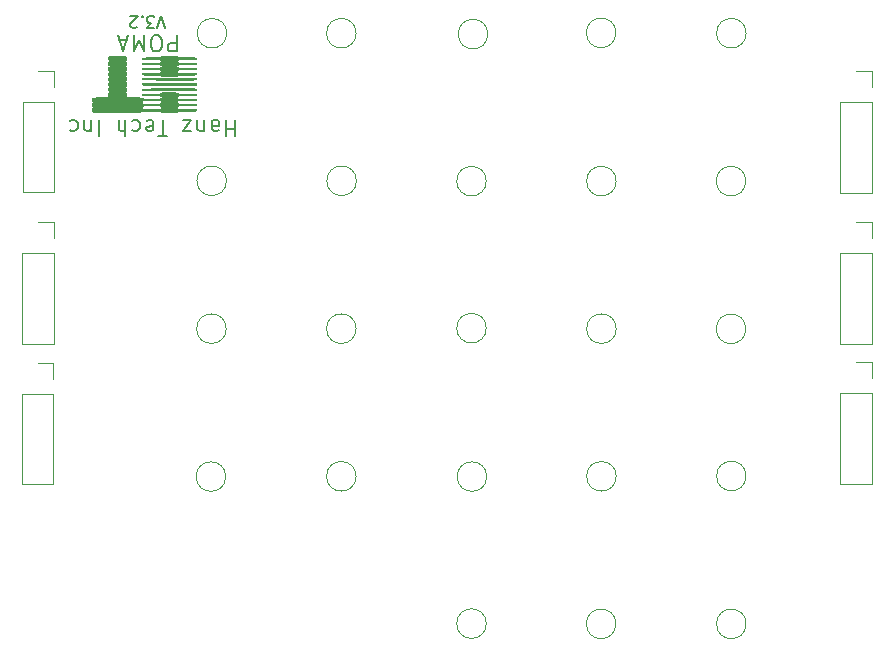
<source format=gbr>
%TF.GenerationSoftware,KiCad,Pcbnew,(6.0.2)*%
%TF.CreationDate,2022-02-23T01:13:46-05:00*%
%TF.ProjectId,top,746f702e-6b69-4636-9164-5f7063625858,rev?*%
%TF.SameCoordinates,Original*%
%TF.FileFunction,Legend,Top*%
%TF.FilePolarity,Positive*%
%FSLAX46Y46*%
G04 Gerber Fmt 4.6, Leading zero omitted, Abs format (unit mm)*
G04 Created by KiCad (PCBNEW (6.0.2)) date 2022-02-23 01:13:46*
%MOMM*%
%LPD*%
G01*
G04 APERTURE LIST*
%ADD10C,0.200000*%
%ADD11C,0.150000*%
%ADD12C,0.010000*%
%ADD13C,0.120000*%
G04 APERTURE END LIST*
D10*
X126063114Y-73939285D02*
X126063114Y-75289285D01*
X125548828Y-75289285D01*
X125420257Y-75225000D01*
X125355971Y-75160714D01*
X125291685Y-75032142D01*
X125291685Y-74839285D01*
X125355971Y-74710714D01*
X125420257Y-74646428D01*
X125548828Y-74582142D01*
X126063114Y-74582142D01*
X124455971Y-75289285D02*
X124198828Y-75289285D01*
X124070257Y-75225000D01*
X123941685Y-75096428D01*
X123877400Y-74839285D01*
X123877400Y-74389285D01*
X123941685Y-74132142D01*
X124070257Y-74003571D01*
X124198828Y-73939285D01*
X124455971Y-73939285D01*
X124584542Y-74003571D01*
X124713114Y-74132142D01*
X124777400Y-74389285D01*
X124777400Y-74839285D01*
X124713114Y-75096428D01*
X124584542Y-75225000D01*
X124455971Y-75289285D01*
X123298828Y-73939285D02*
X123298828Y-75289285D01*
X122848828Y-74325000D01*
X122398828Y-75289285D01*
X122398828Y-73939285D01*
X121820257Y-74325000D02*
X121177400Y-74325000D01*
X121948828Y-73939285D02*
X121498828Y-75289285D01*
X121048828Y-73939285D01*
D11*
X125076209Y-73302619D02*
X124742876Y-72302619D01*
X124409542Y-73302619D01*
X124171447Y-73302619D02*
X123552400Y-73302619D01*
X123885733Y-72921666D01*
X123742876Y-72921666D01*
X123647638Y-72874047D01*
X123600019Y-72826428D01*
X123552400Y-72731190D01*
X123552400Y-72493095D01*
X123600019Y-72397857D01*
X123647638Y-72350238D01*
X123742876Y-72302619D01*
X124028590Y-72302619D01*
X124123828Y-72350238D01*
X124171447Y-72397857D01*
X123123828Y-72397857D02*
X123076209Y-72350238D01*
X123123828Y-72302619D01*
X123171447Y-72350238D01*
X123123828Y-72397857D01*
X123123828Y-72302619D01*
X122695257Y-73207380D02*
X122647638Y-73255000D01*
X122552400Y-73302619D01*
X122314304Y-73302619D01*
X122219066Y-73255000D01*
X122171447Y-73207380D01*
X122123828Y-73112142D01*
X122123828Y-73016904D01*
X122171447Y-72874047D01*
X122742876Y-72302619D01*
X122123828Y-72302619D01*
D10*
X131027400Y-81139285D02*
X131027400Y-82489285D01*
X131027400Y-81846428D02*
X130255971Y-81846428D01*
X130255971Y-81139285D02*
X130255971Y-82489285D01*
X129034542Y-81139285D02*
X129034542Y-81846428D01*
X129098828Y-81975000D01*
X129227400Y-82039285D01*
X129484542Y-82039285D01*
X129613114Y-81975000D01*
X129034542Y-81203571D02*
X129163114Y-81139285D01*
X129484542Y-81139285D01*
X129613114Y-81203571D01*
X129677400Y-81332142D01*
X129677400Y-81460714D01*
X129613114Y-81589285D01*
X129484542Y-81653571D01*
X129163114Y-81653571D01*
X129034542Y-81717857D01*
X128391685Y-82039285D02*
X128391685Y-81139285D01*
X128391685Y-81910714D02*
X128327400Y-81975000D01*
X128198828Y-82039285D01*
X128005971Y-82039285D01*
X127877400Y-81975000D01*
X127813114Y-81846428D01*
X127813114Y-81139285D01*
X127298828Y-82039285D02*
X126591685Y-82039285D01*
X127298828Y-81139285D01*
X126591685Y-81139285D01*
X125241685Y-82489285D02*
X124470257Y-82489285D01*
X124855971Y-81139285D02*
X124855971Y-82489285D01*
X123505971Y-81203571D02*
X123634542Y-81139285D01*
X123891685Y-81139285D01*
X124020257Y-81203571D01*
X124084542Y-81332142D01*
X124084542Y-81846428D01*
X124020257Y-81975000D01*
X123891685Y-82039285D01*
X123634542Y-82039285D01*
X123505971Y-81975000D01*
X123441685Y-81846428D01*
X123441685Y-81717857D01*
X124084542Y-81589285D01*
X122284542Y-81203571D02*
X122413114Y-81139285D01*
X122670257Y-81139285D01*
X122798828Y-81203571D01*
X122863114Y-81267857D01*
X122927400Y-81396428D01*
X122927400Y-81782142D01*
X122863114Y-81910714D01*
X122798828Y-81975000D01*
X122670257Y-82039285D01*
X122413114Y-82039285D01*
X122284542Y-81975000D01*
X121705971Y-81139285D02*
X121705971Y-82489285D01*
X121127400Y-81139285D02*
X121127400Y-81846428D01*
X121191685Y-81975000D01*
X121320257Y-82039285D01*
X121513114Y-82039285D01*
X121641685Y-81975000D01*
X121705971Y-81910714D01*
X119455971Y-81139285D02*
X119455971Y-82489285D01*
X118813114Y-82039285D02*
X118813114Y-81139285D01*
X118813114Y-81910714D02*
X118748828Y-81975000D01*
X118620257Y-82039285D01*
X118427400Y-82039285D01*
X118298828Y-81975000D01*
X118234542Y-81846428D01*
X118234542Y-81139285D01*
X117013114Y-81203571D02*
X117141685Y-81139285D01*
X117398828Y-81139285D01*
X117527400Y-81203571D01*
X117591685Y-81267857D01*
X117655971Y-81396428D01*
X117655971Y-81782142D01*
X117591685Y-81910714D01*
X117527400Y-81975000D01*
X117398828Y-82039285D01*
X117141685Y-82039285D01*
X117013114Y-81975000D01*
D12*
%TO.C,G\u002A\u002A\u002A*%
X124676405Y-76006834D02*
X124641733Y-75953917D01*
X124641733Y-75953917D02*
X123905926Y-75953917D01*
X123905926Y-75953917D02*
X123707422Y-75953729D01*
X123707422Y-75953729D02*
X123547064Y-75953041D01*
X123547064Y-75953041D02*
X123420667Y-75951671D01*
X123420667Y-75951671D02*
X123324045Y-75949433D01*
X123324045Y-75949433D02*
X123253013Y-75946145D01*
X123253013Y-75946145D02*
X123203385Y-75941623D01*
X123203385Y-75941623D02*
X123170975Y-75935683D01*
X123170975Y-75935683D02*
X123151597Y-75928141D01*
X123151597Y-75928141D02*
X123142296Y-75920393D01*
X123142296Y-75920393D02*
X123125908Y-75879694D01*
X123125908Y-75879694D02*
X123136712Y-75851601D01*
X123136712Y-75851601D02*
X123146087Y-75842145D01*
X123146087Y-75842145D02*
X123163871Y-75834445D01*
X123163871Y-75834445D02*
X123194241Y-75828279D01*
X123194241Y-75828279D02*
X123241377Y-75823422D01*
X123241377Y-75823422D02*
X123309457Y-75819652D01*
X123309457Y-75819652D02*
X123402660Y-75816745D01*
X123402660Y-75816745D02*
X123525163Y-75814478D01*
X123525163Y-75814478D02*
X123681146Y-75812627D01*
X123681146Y-75812627D02*
X123874787Y-75810969D01*
X123874787Y-75810969D02*
X123900518Y-75810774D01*
X123900518Y-75810774D02*
X124642085Y-75805214D01*
X124642085Y-75805214D02*
X124676581Y-75752566D01*
X124676581Y-75752566D02*
X124711078Y-75699917D01*
X124711078Y-75699917D02*
X126084959Y-75699917D01*
X126084959Y-75699917D02*
X126119632Y-75752834D01*
X126119632Y-75752834D02*
X126154304Y-75805750D01*
X126154304Y-75805750D02*
X126891191Y-75805750D01*
X126891191Y-75805750D02*
X127090351Y-75805949D01*
X127090351Y-75805949D02*
X127251377Y-75806666D01*
X127251377Y-75806666D02*
X127378469Y-75808082D01*
X127378469Y-75808082D02*
X127475825Y-75810379D01*
X127475825Y-75810379D02*
X127547644Y-75813737D01*
X127547644Y-75813737D02*
X127598126Y-75818337D01*
X127598126Y-75818337D02*
X127631467Y-75824362D01*
X127631467Y-75824362D02*
X127651868Y-75831991D01*
X127651868Y-75831991D02*
X127661298Y-75838970D01*
X127661298Y-75838970D02*
X127682941Y-75877318D01*
X127682941Y-75877318D02*
X127672648Y-75913054D01*
X127672648Y-75913054D02*
X127665208Y-75923895D01*
X127665208Y-75923895D02*
X127652870Y-75932630D01*
X127652870Y-75932630D02*
X127631389Y-75939486D01*
X127631389Y-75939486D02*
X127596522Y-75944689D01*
X127596522Y-75944689D02*
X127544023Y-75948467D01*
X127544023Y-75948467D02*
X127469647Y-75951046D01*
X127469647Y-75951046D02*
X127369150Y-75952653D01*
X127369150Y-75952653D02*
X127238288Y-75953516D01*
X127238288Y-75953516D02*
X127072815Y-75953861D01*
X127072815Y-75953861D02*
X126908445Y-75953917D01*
X126908445Y-75953917D02*
X126166111Y-75953917D01*
X126166111Y-75953917D02*
X126124487Y-76006834D01*
X126124487Y-76006834D02*
X126082863Y-76059750D01*
X126082863Y-76059750D02*
X124711078Y-76059750D01*
X124711078Y-76059750D02*
X124676405Y-76006834D01*
X124676405Y-76006834D02*
X124676405Y-76006834D01*
G36*
X126119632Y-75752834D02*
G01*
X126154304Y-75805750D01*
X126891191Y-75805750D01*
X127090351Y-75805949D01*
X127251377Y-75806666D01*
X127378469Y-75808082D01*
X127475825Y-75810379D01*
X127547644Y-75813737D01*
X127598126Y-75818337D01*
X127631467Y-75824362D01*
X127651868Y-75831991D01*
X127661298Y-75838970D01*
X127682941Y-75877318D01*
X127672648Y-75913054D01*
X127665208Y-75923895D01*
X127652870Y-75932630D01*
X127631389Y-75939486D01*
X127596522Y-75944689D01*
X127544023Y-75948467D01*
X127469647Y-75951046D01*
X127369150Y-75952653D01*
X127238288Y-75953516D01*
X127072815Y-75953861D01*
X126908445Y-75953917D01*
X126166111Y-75953917D01*
X126124487Y-76006834D01*
X126082863Y-76059750D01*
X124711078Y-76059750D01*
X124676405Y-76006834D01*
X124641733Y-75953917D01*
X123905926Y-75953917D01*
X123707422Y-75953729D01*
X123547064Y-75953041D01*
X123420667Y-75951671D01*
X123324045Y-75949433D01*
X123253013Y-75946145D01*
X123203385Y-75941623D01*
X123170975Y-75935683D01*
X123151597Y-75928141D01*
X123142296Y-75920393D01*
X123125908Y-75879694D01*
X123136712Y-75851601D01*
X123146087Y-75842145D01*
X123163871Y-75834445D01*
X123194241Y-75828279D01*
X123241377Y-75823422D01*
X123309457Y-75819652D01*
X123402660Y-75816745D01*
X123525163Y-75814478D01*
X123681146Y-75812627D01*
X123874787Y-75810969D01*
X123900518Y-75810774D01*
X124642085Y-75805214D01*
X124676581Y-75752566D01*
X124711078Y-75699917D01*
X126084959Y-75699917D01*
X126119632Y-75752834D01*
G37*
X126119632Y-75752834D02*
X126154304Y-75805750D01*
X126891191Y-75805750D01*
X127090351Y-75805949D01*
X127251377Y-75806666D01*
X127378469Y-75808082D01*
X127475825Y-75810379D01*
X127547644Y-75813737D01*
X127598126Y-75818337D01*
X127631467Y-75824362D01*
X127651868Y-75831991D01*
X127661298Y-75838970D01*
X127682941Y-75877318D01*
X127672648Y-75913054D01*
X127665208Y-75923895D01*
X127652870Y-75932630D01*
X127631389Y-75939486D01*
X127596522Y-75944689D01*
X127544023Y-75948467D01*
X127469647Y-75951046D01*
X127369150Y-75952653D01*
X127238288Y-75953516D01*
X127072815Y-75953861D01*
X126908445Y-75953917D01*
X126166111Y-75953917D01*
X126124487Y-76006834D01*
X126082863Y-76059750D01*
X124711078Y-76059750D01*
X124676405Y-76006834D01*
X124641733Y-75953917D01*
X123905926Y-75953917D01*
X123707422Y-75953729D01*
X123547064Y-75953041D01*
X123420667Y-75951671D01*
X123324045Y-75949433D01*
X123253013Y-75946145D01*
X123203385Y-75941623D01*
X123170975Y-75935683D01*
X123151597Y-75928141D01*
X123142296Y-75920393D01*
X123125908Y-75879694D01*
X123136712Y-75851601D01*
X123146087Y-75842145D01*
X123163871Y-75834445D01*
X123194241Y-75828279D01*
X123241377Y-75823422D01*
X123309457Y-75819652D01*
X123402660Y-75816745D01*
X123525163Y-75814478D01*
X123681146Y-75812627D01*
X123874787Y-75810969D01*
X123900518Y-75810774D01*
X124642085Y-75805214D01*
X124676581Y-75752566D01*
X124711078Y-75699917D01*
X126084959Y-75699917D01*
X126119632Y-75752834D01*
X120287841Y-76008508D02*
X120246672Y-75937815D01*
X120246672Y-75937815D02*
X120239111Y-75858595D01*
X120239111Y-75858595D02*
X120264733Y-75784556D01*
X120264733Y-75784556D02*
X120295915Y-75748270D01*
X120295915Y-75748270D02*
X120312425Y-75734781D01*
X120312425Y-75734781D02*
X120330281Y-75724068D01*
X120330281Y-75724068D02*
X120354227Y-75715810D01*
X120354227Y-75715810D02*
X120389011Y-75709688D01*
X120389011Y-75709688D02*
X120439377Y-75705383D01*
X120439377Y-75705383D02*
X120510073Y-75702575D01*
X120510073Y-75702575D02*
X120605843Y-75700944D01*
X120605843Y-75700944D02*
X120731434Y-75700170D01*
X120731434Y-75700170D02*
X120891592Y-75699934D01*
X120891592Y-75699934D02*
X121013708Y-75699917D01*
X121013708Y-75699917D02*
X121198769Y-75700024D01*
X121198769Y-75700024D02*
X121346182Y-75700533D01*
X121346182Y-75700533D02*
X121460630Y-75701730D01*
X121460630Y-75701730D02*
X121546800Y-75703897D01*
X121546800Y-75703897D02*
X121609374Y-75707320D01*
X121609374Y-75707320D02*
X121653038Y-75712282D01*
X121653038Y-75712282D02*
X121682477Y-75719068D01*
X121682477Y-75719068D02*
X121702374Y-75727961D01*
X121702374Y-75727961D02*
X121717414Y-75739245D01*
X121717414Y-75739245D02*
X121721354Y-75742836D01*
X121721354Y-75742836D02*
X121760484Y-75793099D01*
X121760484Y-75793099D02*
X121780660Y-75838497D01*
X121780660Y-75838497D02*
X121781037Y-75903562D01*
X121781037Y-75903562D02*
X121758627Y-75972553D01*
X121758627Y-75972553D02*
X121720830Y-76026343D01*
X121720830Y-76026343D02*
X121702924Y-76039393D01*
X121702924Y-76039393D02*
X121671905Y-76044803D01*
X121671905Y-76044803D02*
X121603135Y-76049580D01*
X121603135Y-76049580D02*
X121501191Y-76053593D01*
X121501191Y-76053593D02*
X121370652Y-76056709D01*
X121370652Y-76056709D02*
X121216095Y-76058794D01*
X121216095Y-76058794D02*
X121042100Y-76059717D01*
X121042100Y-76059717D02*
X121000433Y-76059750D01*
X121000433Y-76059750D02*
X120335981Y-76059750D01*
X120335981Y-76059750D02*
X120287841Y-76008508D01*
X120287841Y-76008508D02*
X120287841Y-76008508D01*
G36*
X121198769Y-75700024D02*
G01*
X121346182Y-75700533D01*
X121460630Y-75701730D01*
X121546800Y-75703897D01*
X121609374Y-75707320D01*
X121653038Y-75712282D01*
X121682477Y-75719068D01*
X121702374Y-75727961D01*
X121717414Y-75739245D01*
X121721354Y-75742836D01*
X121760484Y-75793099D01*
X121780660Y-75838497D01*
X121781037Y-75903562D01*
X121758627Y-75972553D01*
X121720830Y-76026343D01*
X121702924Y-76039393D01*
X121671905Y-76044803D01*
X121603135Y-76049580D01*
X121501191Y-76053593D01*
X121370652Y-76056709D01*
X121216095Y-76058794D01*
X121042100Y-76059717D01*
X121000433Y-76059750D01*
X120335981Y-76059750D01*
X120287841Y-76008508D01*
X120246672Y-75937815D01*
X120239111Y-75858595D01*
X120264733Y-75784556D01*
X120295915Y-75748270D01*
X120312425Y-75734781D01*
X120330281Y-75724068D01*
X120354227Y-75715810D01*
X120389011Y-75709688D01*
X120439377Y-75705383D01*
X120510073Y-75702575D01*
X120605843Y-75700944D01*
X120731434Y-75700170D01*
X120891592Y-75699934D01*
X121013708Y-75699917D01*
X121198769Y-75700024D01*
G37*
X121198769Y-75700024D02*
X121346182Y-75700533D01*
X121460630Y-75701730D01*
X121546800Y-75703897D01*
X121609374Y-75707320D01*
X121653038Y-75712282D01*
X121682477Y-75719068D01*
X121702374Y-75727961D01*
X121717414Y-75739245D01*
X121721354Y-75742836D01*
X121760484Y-75793099D01*
X121780660Y-75838497D01*
X121781037Y-75903562D01*
X121758627Y-75972553D01*
X121720830Y-76026343D01*
X121702924Y-76039393D01*
X121671905Y-76044803D01*
X121603135Y-76049580D01*
X121501191Y-76053593D01*
X121370652Y-76056709D01*
X121216095Y-76058794D01*
X121042100Y-76059717D01*
X121000433Y-76059750D01*
X120335981Y-76059750D01*
X120287841Y-76008508D01*
X120246672Y-75937815D01*
X120239111Y-75858595D01*
X120264733Y-75784556D01*
X120295915Y-75748270D01*
X120312425Y-75734781D01*
X120330281Y-75724068D01*
X120354227Y-75715810D01*
X120389011Y-75709688D01*
X120439377Y-75705383D01*
X120510073Y-75702575D01*
X120605843Y-75700944D01*
X120731434Y-75700170D01*
X120891592Y-75699934D01*
X121013708Y-75699917D01*
X121198769Y-75700024D01*
X125246713Y-76503827D02*
X125095782Y-76502629D01*
X125095782Y-76502629D02*
X124963009Y-76500763D01*
X124963009Y-76500763D02*
X124853860Y-76498335D01*
X124853860Y-76498335D02*
X124773802Y-76495452D01*
X124773802Y-76495452D02*
X124728303Y-76492222D01*
X124728303Y-76492222D02*
X124720795Y-76490780D01*
X124720795Y-76490780D02*
X124686400Y-76461639D01*
X124686400Y-76461639D02*
X124666671Y-76427280D01*
X124666671Y-76427280D02*
X124647650Y-76377250D01*
X124647650Y-76377250D02*
X123896958Y-76377250D01*
X123896958Y-76377250D02*
X123677873Y-76376647D01*
X123677873Y-76376647D02*
X123493602Y-76374863D01*
X123493602Y-76374863D02*
X123345609Y-76371940D01*
X123345609Y-76371940D02*
X123235360Y-76367919D01*
X123235360Y-76367919D02*
X123164316Y-76362840D01*
X123164316Y-76362840D02*
X123133944Y-76356745D01*
X123133944Y-76356745D02*
X123133068Y-76355894D01*
X123133068Y-76355894D02*
X123128014Y-76319943D01*
X123128014Y-76319943D02*
X123133245Y-76292394D01*
X123133245Y-76292394D02*
X123138075Y-76281218D01*
X123138075Y-76281218D02*
X123147531Y-76272215D01*
X123147531Y-76272215D02*
X123165816Y-76265149D01*
X123165816Y-76265149D02*
X123197132Y-76259788D01*
X123197132Y-76259788D02*
X123245681Y-76255894D01*
X123245681Y-76255894D02*
X123315667Y-76253236D01*
X123315667Y-76253236D02*
X123411290Y-76251576D01*
X123411290Y-76251576D02*
X123536754Y-76250682D01*
X123536754Y-76250682D02*
X123696260Y-76250318D01*
X123696260Y-76250318D02*
X123888119Y-76250250D01*
X123888119Y-76250250D02*
X124629617Y-76250250D01*
X124629617Y-76250250D02*
X124748253Y-76123250D01*
X124748253Y-76123250D02*
X126047784Y-76123250D01*
X126047784Y-76123250D02*
X126166420Y-76250250D01*
X126166420Y-76250250D02*
X126908599Y-76250250D01*
X126908599Y-76250250D02*
X127106222Y-76250380D01*
X127106222Y-76250380D02*
X127265711Y-76250905D01*
X127265711Y-76250905D02*
X127391265Y-76252030D01*
X127391265Y-76252030D02*
X127487084Y-76253958D01*
X127487084Y-76253958D02*
X127557367Y-76256895D01*
X127557367Y-76256895D02*
X127606312Y-76261045D01*
X127606312Y-76261045D02*
X127638120Y-76266611D01*
X127638120Y-76266611D02*
X127656990Y-76273799D01*
X127656990Y-76273799D02*
X127667120Y-76282813D01*
X127667120Y-76282813D02*
X127669830Y-76287292D01*
X127669830Y-76287292D02*
X127680680Y-76310242D01*
X127680680Y-76310242D02*
X127684787Y-76328914D01*
X127684787Y-76328914D02*
X127678424Y-76343750D01*
X127678424Y-76343750D02*
X127657864Y-76355190D01*
X127657864Y-76355190D02*
X127619379Y-76363676D01*
X127619379Y-76363676D02*
X127559244Y-76369649D01*
X127559244Y-76369649D02*
X127473730Y-76373550D01*
X127473730Y-76373550D02*
X127359112Y-76375819D01*
X127359112Y-76375819D02*
X127211661Y-76376898D01*
X127211661Y-76376898D02*
X127027652Y-76377228D01*
X127027652Y-76377228D02*
X126909671Y-76377250D01*
X126909671Y-76377250D02*
X126687649Y-76377835D01*
X126687649Y-76377835D02*
X126502338Y-76379567D01*
X126502338Y-76379567D02*
X126354827Y-76382417D01*
X126354827Y-76382417D02*
X126246203Y-76386354D01*
X126246203Y-76386354D02*
X126177554Y-76391349D01*
X126177554Y-76391349D02*
X126149966Y-76397370D01*
X126149966Y-76397370D02*
X126149435Y-76398417D01*
X126149435Y-76398417D02*
X126135773Y-76427618D01*
X126135773Y-76427618D02*
X126107102Y-76461917D01*
X126107102Y-76461917D02*
X126093472Y-76473811D01*
X126093472Y-76473811D02*
X126075899Y-76483244D01*
X126075899Y-76483244D02*
X126049696Y-76490499D01*
X126049696Y-76490499D02*
X126010177Y-76495861D01*
X126010177Y-76495861D02*
X125952657Y-76499615D01*
X125952657Y-76499615D02*
X125872449Y-76502046D01*
X125872449Y-76502046D02*
X125764866Y-76503439D01*
X125764866Y-76503439D02*
X125625224Y-76504078D01*
X125625224Y-76504078D02*
X125448835Y-76504248D01*
X125448835Y-76504248D02*
X125410333Y-76504250D01*
X125410333Y-76504250D02*
X125246713Y-76503827D01*
X125246713Y-76503827D02*
X125246713Y-76503827D01*
G36*
X126166420Y-76250250D02*
G01*
X126908599Y-76250250D01*
X127106222Y-76250380D01*
X127265711Y-76250905D01*
X127391265Y-76252030D01*
X127487084Y-76253958D01*
X127557367Y-76256895D01*
X127606312Y-76261045D01*
X127638120Y-76266611D01*
X127656990Y-76273799D01*
X127667120Y-76282813D01*
X127669830Y-76287292D01*
X127680680Y-76310242D01*
X127684787Y-76328914D01*
X127678424Y-76343750D01*
X127657864Y-76355190D01*
X127619379Y-76363676D01*
X127559244Y-76369649D01*
X127473730Y-76373550D01*
X127359112Y-76375819D01*
X127211661Y-76376898D01*
X127027652Y-76377228D01*
X126909671Y-76377250D01*
X126687649Y-76377835D01*
X126502338Y-76379567D01*
X126354827Y-76382417D01*
X126246203Y-76386354D01*
X126177554Y-76391349D01*
X126149966Y-76397370D01*
X126149435Y-76398417D01*
X126135773Y-76427618D01*
X126107102Y-76461917D01*
X126093472Y-76473811D01*
X126075899Y-76483244D01*
X126049696Y-76490499D01*
X126010177Y-76495861D01*
X125952657Y-76499615D01*
X125872449Y-76502046D01*
X125764866Y-76503439D01*
X125625224Y-76504078D01*
X125448835Y-76504248D01*
X125410333Y-76504250D01*
X125246713Y-76503827D01*
X125095782Y-76502629D01*
X124963009Y-76500763D01*
X124853860Y-76498335D01*
X124773802Y-76495452D01*
X124728303Y-76492222D01*
X124720795Y-76490780D01*
X124686400Y-76461639D01*
X124666671Y-76427280D01*
X124647650Y-76377250D01*
X123896958Y-76377250D01*
X123677873Y-76376647D01*
X123493602Y-76374863D01*
X123345609Y-76371940D01*
X123235360Y-76367919D01*
X123164316Y-76362840D01*
X123133944Y-76356745D01*
X123133068Y-76355894D01*
X123128014Y-76319943D01*
X123133245Y-76292394D01*
X123138075Y-76281218D01*
X123147531Y-76272215D01*
X123165816Y-76265149D01*
X123197132Y-76259788D01*
X123245681Y-76255894D01*
X123315667Y-76253236D01*
X123411290Y-76251576D01*
X123536754Y-76250682D01*
X123696260Y-76250318D01*
X123888119Y-76250250D01*
X124629617Y-76250250D01*
X124748253Y-76123250D01*
X126047784Y-76123250D01*
X126166420Y-76250250D01*
G37*
X126166420Y-76250250D02*
X126908599Y-76250250D01*
X127106222Y-76250380D01*
X127265711Y-76250905D01*
X127391265Y-76252030D01*
X127487084Y-76253958D01*
X127557367Y-76256895D01*
X127606312Y-76261045D01*
X127638120Y-76266611D01*
X127656990Y-76273799D01*
X127667120Y-76282813D01*
X127669830Y-76287292D01*
X127680680Y-76310242D01*
X127684787Y-76328914D01*
X127678424Y-76343750D01*
X127657864Y-76355190D01*
X127619379Y-76363676D01*
X127559244Y-76369649D01*
X127473730Y-76373550D01*
X127359112Y-76375819D01*
X127211661Y-76376898D01*
X127027652Y-76377228D01*
X126909671Y-76377250D01*
X126687649Y-76377835D01*
X126502338Y-76379567D01*
X126354827Y-76382417D01*
X126246203Y-76386354D01*
X126177554Y-76391349D01*
X126149966Y-76397370D01*
X126149435Y-76398417D01*
X126135773Y-76427618D01*
X126107102Y-76461917D01*
X126093472Y-76473811D01*
X126075899Y-76483244D01*
X126049696Y-76490499D01*
X126010177Y-76495861D01*
X125952657Y-76499615D01*
X125872449Y-76502046D01*
X125764866Y-76503439D01*
X125625224Y-76504078D01*
X125448835Y-76504248D01*
X125410333Y-76504250D01*
X125246713Y-76503827D01*
X125095782Y-76502629D01*
X124963009Y-76500763D01*
X124853860Y-76498335D01*
X124773802Y-76495452D01*
X124728303Y-76492222D01*
X124720795Y-76490780D01*
X124686400Y-76461639D01*
X124666671Y-76427280D01*
X124647650Y-76377250D01*
X123896958Y-76377250D01*
X123677873Y-76376647D01*
X123493602Y-76374863D01*
X123345609Y-76371940D01*
X123235360Y-76367919D01*
X123164316Y-76362840D01*
X123133944Y-76356745D01*
X123133068Y-76355894D01*
X123128014Y-76319943D01*
X123133245Y-76292394D01*
X123138075Y-76281218D01*
X123147531Y-76272215D01*
X123165816Y-76265149D01*
X123197132Y-76259788D01*
X123245681Y-76255894D01*
X123315667Y-76253236D01*
X123411290Y-76251576D01*
X123536754Y-76250682D01*
X123696260Y-76250318D01*
X123888119Y-76250250D01*
X124629617Y-76250250D01*
X124748253Y-76123250D01*
X126047784Y-76123250D01*
X126166420Y-76250250D01*
X120822931Y-76503955D02*
X120671496Y-76502934D01*
X120671496Y-76502934D02*
X120553544Y-76500989D01*
X120553544Y-76500989D02*
X120464651Y-76497922D01*
X120464651Y-76497922D02*
X120400394Y-76493533D01*
X120400394Y-76493533D02*
X120356349Y-76487622D01*
X120356349Y-76487622D02*
X120328092Y-76479991D01*
X120328092Y-76479991D02*
X120314331Y-76472831D01*
X120314331Y-76472831D02*
X120263420Y-76414742D01*
X120263420Y-76414742D02*
X120241063Y-76340592D01*
X120241063Y-76340592D02*
X120246705Y-76263189D01*
X120246705Y-76263189D02*
X120279789Y-76195345D01*
X120279789Y-76195345D02*
X120328087Y-76155267D01*
X120328087Y-76155267D02*
X120367992Y-76145732D01*
X120367992Y-76145732D02*
X120443447Y-76137701D01*
X120443447Y-76137701D02*
X120547697Y-76131198D01*
X120547697Y-76131198D02*
X120673985Y-76126248D01*
X120673985Y-76126248D02*
X120815555Y-76122873D01*
X120815555Y-76122873D02*
X120965650Y-76121099D01*
X120965650Y-76121099D02*
X121117513Y-76120949D01*
X121117513Y-76120949D02*
X121264389Y-76122448D01*
X121264389Y-76122448D02*
X121399520Y-76125619D01*
X121399520Y-76125619D02*
X121516150Y-76130487D01*
X121516150Y-76130487D02*
X121607524Y-76137076D01*
X121607524Y-76137076D02*
X121666883Y-76145409D01*
X121666883Y-76145409D02*
X121682851Y-76150438D01*
X121682851Y-76150438D02*
X121748831Y-76204235D01*
X121748831Y-76204235D02*
X121781476Y-76275486D01*
X121781476Y-76275486D02*
X121779181Y-76353616D01*
X121779181Y-76353616D02*
X121740337Y-76428051D01*
X121740337Y-76428051D02*
X121727230Y-76442379D01*
X121727230Y-76442379D02*
X121665358Y-76504250D01*
X121665358Y-76504250D02*
X121012273Y-76504250D01*
X121012273Y-76504250D02*
X120822931Y-76503955D01*
X120822931Y-76503955D02*
X120822931Y-76503955D01*
G36*
X121264389Y-76122448D02*
G01*
X121399520Y-76125619D01*
X121516150Y-76130487D01*
X121607524Y-76137076D01*
X121666883Y-76145409D01*
X121682851Y-76150438D01*
X121748831Y-76204235D01*
X121781476Y-76275486D01*
X121779181Y-76353616D01*
X121740337Y-76428051D01*
X121727230Y-76442379D01*
X121665358Y-76504250D01*
X121012273Y-76504250D01*
X120822931Y-76503955D01*
X120671496Y-76502934D01*
X120553544Y-76500989D01*
X120464651Y-76497922D01*
X120400394Y-76493533D01*
X120356349Y-76487622D01*
X120328092Y-76479991D01*
X120314331Y-76472831D01*
X120263420Y-76414742D01*
X120241063Y-76340592D01*
X120246705Y-76263189D01*
X120279789Y-76195345D01*
X120328087Y-76155267D01*
X120367992Y-76145732D01*
X120443447Y-76137701D01*
X120547697Y-76131198D01*
X120673985Y-76126248D01*
X120815555Y-76122873D01*
X120965650Y-76121099D01*
X121117513Y-76120949D01*
X121264389Y-76122448D01*
G37*
X121264389Y-76122448D02*
X121399520Y-76125619D01*
X121516150Y-76130487D01*
X121607524Y-76137076D01*
X121666883Y-76145409D01*
X121682851Y-76150438D01*
X121748831Y-76204235D01*
X121781476Y-76275486D01*
X121779181Y-76353616D01*
X121740337Y-76428051D01*
X121727230Y-76442379D01*
X121665358Y-76504250D01*
X121012273Y-76504250D01*
X120822931Y-76503955D01*
X120671496Y-76502934D01*
X120553544Y-76500989D01*
X120464651Y-76497922D01*
X120400394Y-76493533D01*
X120356349Y-76487622D01*
X120328092Y-76479991D01*
X120314331Y-76472831D01*
X120263420Y-76414742D01*
X120241063Y-76340592D01*
X120246705Y-76263189D01*
X120279789Y-76195345D01*
X120328087Y-76155267D01*
X120367992Y-76145732D01*
X120443447Y-76137701D01*
X120547697Y-76131198D01*
X120673985Y-76126248D01*
X120815555Y-76122873D01*
X120965650Y-76121099D01*
X121117513Y-76120949D01*
X121264389Y-76122448D01*
X124629617Y-76821750D02*
X123888119Y-76821750D01*
X123888119Y-76821750D02*
X123691459Y-76821678D01*
X123691459Y-76821678D02*
X123532929Y-76821303D01*
X123532929Y-76821303D02*
X123408329Y-76820391D01*
X123408329Y-76820391D02*
X123313454Y-76818708D01*
X123313454Y-76818708D02*
X123244104Y-76816018D01*
X123244104Y-76816018D02*
X123196076Y-76812089D01*
X123196076Y-76812089D02*
X123165168Y-76806684D01*
X123165168Y-76806684D02*
X123147178Y-76799569D01*
X123147178Y-76799569D02*
X123137902Y-76790510D01*
X123137902Y-76790510D02*
X123133245Y-76779607D01*
X123133245Y-76779607D02*
X123127968Y-76735573D01*
X123127968Y-76735573D02*
X123133068Y-76716107D01*
X123133068Y-76716107D02*
X123158136Y-76709883D01*
X123158136Y-76709883D02*
X123224059Y-76704671D01*
X123224059Y-76704671D02*
X123329374Y-76700512D01*
X123329374Y-76700512D02*
X123472613Y-76697446D01*
X123472613Y-76697446D02*
X123652311Y-76695515D01*
X123652311Y-76695515D02*
X123867002Y-76694760D01*
X123867002Y-76694760D02*
X123896434Y-76694750D01*
X123896434Y-76694750D02*
X124116725Y-76694159D01*
X124116725Y-76694159D02*
X124300368Y-76692404D01*
X124300368Y-76692404D02*
X124446255Y-76689518D01*
X124446255Y-76689518D02*
X124553278Y-76685531D01*
X124553278Y-76685531D02*
X124620328Y-76680475D01*
X124620328Y-76680475D02*
X124646299Y-76674382D01*
X124646299Y-76674382D02*
X124646602Y-76673584D01*
X124646602Y-76673584D02*
X124660264Y-76644383D01*
X124660264Y-76644383D02*
X124688935Y-76610084D01*
X124688935Y-76610084D02*
X124702438Y-76598289D01*
X124702438Y-76598289D02*
X124719846Y-76588913D01*
X124719846Y-76588913D02*
X124745796Y-76581680D01*
X124745796Y-76581680D02*
X124784925Y-76576311D01*
X124784925Y-76576311D02*
X124841871Y-76572531D01*
X124841871Y-76572531D02*
X124921271Y-76570062D01*
X124921271Y-76570062D02*
X125027762Y-76568628D01*
X125027762Y-76568628D02*
X125165981Y-76567952D01*
X125165981Y-76567952D02*
X125340566Y-76567757D01*
X125340566Y-76567757D02*
X125398018Y-76567750D01*
X125398018Y-76567750D02*
X125583892Y-76567859D01*
X125583892Y-76567859D02*
X125732070Y-76568369D01*
X125732070Y-76568369D02*
X125847189Y-76569557D01*
X125847189Y-76569557D02*
X125933887Y-76571701D01*
X125933887Y-76571701D02*
X125996800Y-76575076D01*
X125996800Y-76575076D02*
X126040567Y-76579961D01*
X126040567Y-76579961D02*
X126069823Y-76586631D01*
X126069823Y-76586631D02*
X126089207Y-76595364D01*
X126089207Y-76595364D02*
X126103356Y-76606436D01*
X126103356Y-76606436D02*
X126107102Y-76610084D01*
X126107102Y-76610084D02*
X126138179Y-76647992D01*
X126138179Y-76647992D02*
X126149435Y-76673584D01*
X126149435Y-76673584D02*
X126170415Y-76679767D01*
X126170415Y-76679767D02*
X126232627Y-76684928D01*
X126232627Y-76684928D02*
X126334985Y-76689035D01*
X126334985Y-76689035D02*
X126476398Y-76692059D01*
X126476398Y-76692059D02*
X126655780Y-76693970D01*
X126655780Y-76693970D02*
X126872041Y-76694736D01*
X126872041Y-76694736D02*
X126909171Y-76694750D01*
X126909171Y-76694750D02*
X127110008Y-76694904D01*
X127110008Y-76694904D02*
X127272581Y-76695486D01*
X127272581Y-76695486D02*
X127400961Y-76696678D01*
X127400961Y-76696678D02*
X127499214Y-76698660D01*
X127499214Y-76698660D02*
X127571412Y-76701614D01*
X127571412Y-76701614D02*
X127621622Y-76705721D01*
X127621622Y-76705721D02*
X127653915Y-76711163D01*
X127653915Y-76711163D02*
X127672358Y-76718121D01*
X127672358Y-76718121D02*
X127681021Y-76726776D01*
X127681021Y-76726776D02*
X127682119Y-76729183D01*
X127682119Y-76729183D02*
X127689539Y-76752656D01*
X127689539Y-76752656D02*
X127689513Y-76771790D01*
X127689513Y-76771790D02*
X127678302Y-76787027D01*
X127678302Y-76787027D02*
X127652166Y-76798809D01*
X127652166Y-76798809D02*
X127607366Y-76807580D01*
X127607366Y-76807580D02*
X127540162Y-76813781D01*
X127540162Y-76813781D02*
X127446816Y-76817855D01*
X127446816Y-76817855D02*
X127323588Y-76820243D01*
X127323588Y-76820243D02*
X127166738Y-76821390D01*
X127166738Y-76821390D02*
X126972528Y-76821736D01*
X126972528Y-76821736D02*
X126899686Y-76821750D01*
X126899686Y-76821750D02*
X126702242Y-76821810D01*
X126702242Y-76821810D02*
X126542942Y-76822149D01*
X126542942Y-76822149D02*
X126417597Y-76823008D01*
X126417597Y-76823008D02*
X126322016Y-76824624D01*
X126322016Y-76824624D02*
X126252011Y-76827240D01*
X126252011Y-76827240D02*
X126203392Y-76831093D01*
X126203392Y-76831093D02*
X126171969Y-76836424D01*
X126171969Y-76836424D02*
X126153554Y-76843472D01*
X126153554Y-76843472D02*
X126143957Y-76852477D01*
X126143957Y-76852477D02*
X126138988Y-76863679D01*
X126138988Y-76863679D02*
X126138467Y-76865296D01*
X126138467Y-76865296D02*
X126109052Y-76905806D01*
X126109052Y-76905806D02*
X126072163Y-76928796D01*
X126072163Y-76928796D02*
X126038230Y-76933837D01*
X126038230Y-76933837D02*
X125967719Y-76938410D01*
X125967719Y-76938410D02*
X125866388Y-76942348D01*
X125866388Y-76942348D02*
X125739989Y-76945485D01*
X125739989Y-76945485D02*
X125594279Y-76947653D01*
X125594279Y-76947653D02*
X125435014Y-76948687D01*
X125435014Y-76948687D02*
X125383966Y-76948750D01*
X125383966Y-76948750D02*
X124748253Y-76948750D01*
X124748253Y-76948750D02*
X124629617Y-76821750D01*
X124629617Y-76821750D02*
X124629617Y-76821750D01*
G36*
X125583892Y-76567859D02*
G01*
X125732070Y-76568369D01*
X125847189Y-76569557D01*
X125933887Y-76571701D01*
X125996800Y-76575076D01*
X126040567Y-76579961D01*
X126069823Y-76586631D01*
X126089207Y-76595364D01*
X126103356Y-76606436D01*
X126107102Y-76610084D01*
X126138179Y-76647992D01*
X126149435Y-76673584D01*
X126170415Y-76679767D01*
X126232627Y-76684928D01*
X126334985Y-76689035D01*
X126476398Y-76692059D01*
X126655780Y-76693970D01*
X126872041Y-76694736D01*
X126909171Y-76694750D01*
X127110008Y-76694904D01*
X127272581Y-76695486D01*
X127400961Y-76696678D01*
X127499214Y-76698660D01*
X127571412Y-76701614D01*
X127621622Y-76705721D01*
X127653915Y-76711163D01*
X127672358Y-76718121D01*
X127681021Y-76726776D01*
X127682119Y-76729183D01*
X127689539Y-76752656D01*
X127689513Y-76771790D01*
X127678302Y-76787027D01*
X127652166Y-76798809D01*
X127607366Y-76807580D01*
X127540162Y-76813781D01*
X127446816Y-76817855D01*
X127323588Y-76820243D01*
X127166738Y-76821390D01*
X126972528Y-76821736D01*
X126899686Y-76821750D01*
X126702242Y-76821810D01*
X126542942Y-76822149D01*
X126417597Y-76823008D01*
X126322016Y-76824624D01*
X126252011Y-76827240D01*
X126203392Y-76831093D01*
X126171969Y-76836424D01*
X126153554Y-76843472D01*
X126143957Y-76852477D01*
X126138988Y-76863679D01*
X126138467Y-76865296D01*
X126109052Y-76905806D01*
X126072163Y-76928796D01*
X126038230Y-76933837D01*
X125967719Y-76938410D01*
X125866388Y-76942348D01*
X125739989Y-76945485D01*
X125594279Y-76947653D01*
X125435014Y-76948687D01*
X125383966Y-76948750D01*
X124748253Y-76948750D01*
X124629617Y-76821750D01*
X123888119Y-76821750D01*
X123691459Y-76821678D01*
X123532929Y-76821303D01*
X123408329Y-76820391D01*
X123313454Y-76818708D01*
X123244104Y-76816018D01*
X123196076Y-76812089D01*
X123165168Y-76806684D01*
X123147178Y-76799569D01*
X123137902Y-76790510D01*
X123133245Y-76779607D01*
X123127968Y-76735573D01*
X123133068Y-76716107D01*
X123158136Y-76709883D01*
X123224059Y-76704671D01*
X123329374Y-76700512D01*
X123472613Y-76697446D01*
X123652311Y-76695515D01*
X123867002Y-76694760D01*
X123896434Y-76694750D01*
X124116725Y-76694159D01*
X124300368Y-76692404D01*
X124446255Y-76689518D01*
X124553278Y-76685531D01*
X124620328Y-76680475D01*
X124646299Y-76674382D01*
X124646602Y-76673584D01*
X124660264Y-76644383D01*
X124688935Y-76610084D01*
X124702438Y-76598289D01*
X124719846Y-76588913D01*
X124745796Y-76581680D01*
X124784925Y-76576311D01*
X124841871Y-76572531D01*
X124921271Y-76570062D01*
X125027762Y-76568628D01*
X125165981Y-76567952D01*
X125340566Y-76567757D01*
X125398018Y-76567750D01*
X125583892Y-76567859D01*
G37*
X125583892Y-76567859D02*
X125732070Y-76568369D01*
X125847189Y-76569557D01*
X125933887Y-76571701D01*
X125996800Y-76575076D01*
X126040567Y-76579961D01*
X126069823Y-76586631D01*
X126089207Y-76595364D01*
X126103356Y-76606436D01*
X126107102Y-76610084D01*
X126138179Y-76647992D01*
X126149435Y-76673584D01*
X126170415Y-76679767D01*
X126232627Y-76684928D01*
X126334985Y-76689035D01*
X126476398Y-76692059D01*
X126655780Y-76693970D01*
X126872041Y-76694736D01*
X126909171Y-76694750D01*
X127110008Y-76694904D01*
X127272581Y-76695486D01*
X127400961Y-76696678D01*
X127499214Y-76698660D01*
X127571412Y-76701614D01*
X127621622Y-76705721D01*
X127653915Y-76711163D01*
X127672358Y-76718121D01*
X127681021Y-76726776D01*
X127682119Y-76729183D01*
X127689539Y-76752656D01*
X127689513Y-76771790D01*
X127678302Y-76787027D01*
X127652166Y-76798809D01*
X127607366Y-76807580D01*
X127540162Y-76813781D01*
X127446816Y-76817855D01*
X127323588Y-76820243D01*
X127166738Y-76821390D01*
X126972528Y-76821736D01*
X126899686Y-76821750D01*
X126702242Y-76821810D01*
X126542942Y-76822149D01*
X126417597Y-76823008D01*
X126322016Y-76824624D01*
X126252011Y-76827240D01*
X126203392Y-76831093D01*
X126171969Y-76836424D01*
X126153554Y-76843472D01*
X126143957Y-76852477D01*
X126138988Y-76863679D01*
X126138467Y-76865296D01*
X126109052Y-76905806D01*
X126072163Y-76928796D01*
X126038230Y-76933837D01*
X125967719Y-76938410D01*
X125866388Y-76942348D01*
X125739989Y-76945485D01*
X125594279Y-76947653D01*
X125435014Y-76948687D01*
X125383966Y-76948750D01*
X124748253Y-76948750D01*
X124629617Y-76821750D01*
X123888119Y-76821750D01*
X123691459Y-76821678D01*
X123532929Y-76821303D01*
X123408329Y-76820391D01*
X123313454Y-76818708D01*
X123244104Y-76816018D01*
X123196076Y-76812089D01*
X123165168Y-76806684D01*
X123147178Y-76799569D01*
X123137902Y-76790510D01*
X123133245Y-76779607D01*
X123127968Y-76735573D01*
X123133068Y-76716107D01*
X123158136Y-76709883D01*
X123224059Y-76704671D01*
X123329374Y-76700512D01*
X123472613Y-76697446D01*
X123652311Y-76695515D01*
X123867002Y-76694760D01*
X123896434Y-76694750D01*
X124116725Y-76694159D01*
X124300368Y-76692404D01*
X124446255Y-76689518D01*
X124553278Y-76685531D01*
X124620328Y-76680475D01*
X124646299Y-76674382D01*
X124646602Y-76673584D01*
X124660264Y-76644383D01*
X124688935Y-76610084D01*
X124702438Y-76598289D01*
X124719846Y-76588913D01*
X124745796Y-76581680D01*
X124784925Y-76576311D01*
X124841871Y-76572531D01*
X124921271Y-76570062D01*
X125027762Y-76568628D01*
X125165981Y-76567952D01*
X125340566Y-76567757D01*
X125398018Y-76567750D01*
X125583892Y-76567859D01*
X120584527Y-76945561D02*
X120496021Y-76943392D01*
X120496021Y-76943392D02*
X120430919Y-76939636D01*
X120430919Y-76939636D02*
X120384490Y-76934115D01*
X120384490Y-76934115D02*
X120352005Y-76926650D01*
X120352005Y-76926650D02*
X120329780Y-76917610D01*
X120329780Y-76917610D02*
X120272344Y-76865976D01*
X120272344Y-76865976D02*
X120242233Y-76791827D01*
X120242233Y-76791827D02*
X120244091Y-76708392D01*
X120244091Y-76708392D02*
X120249580Y-76689128D01*
X120249580Y-76689128D02*
X120261638Y-76656547D01*
X120261638Y-76656547D02*
X120276278Y-76630389D01*
X120276278Y-76630389D02*
X120297929Y-76609949D01*
X120297929Y-76609949D02*
X120331022Y-76594522D01*
X120331022Y-76594522D02*
X120379987Y-76583402D01*
X120379987Y-76583402D02*
X120449252Y-76575886D01*
X120449252Y-76575886D02*
X120543248Y-76571268D01*
X120543248Y-76571268D02*
X120666405Y-76568842D01*
X120666405Y-76568842D02*
X120823151Y-76567905D01*
X120823151Y-76567905D02*
X121012273Y-76567750D01*
X121012273Y-76567750D02*
X121665358Y-76567750D01*
X121665358Y-76567750D02*
X121729840Y-76632232D01*
X121729840Y-76632232D02*
X121771112Y-76680001D01*
X121771112Y-76680001D02*
X121785684Y-76722463D01*
X121785684Y-76722463D02*
X121781806Y-76773842D01*
X121781806Y-76773842D02*
X121761260Y-76838744D01*
X121761260Y-76838744D02*
X121728318Y-76891857D01*
X121728318Y-76891857D02*
X121725720Y-76894568D01*
X121725720Y-76894568D02*
X121711714Y-76906917D01*
X121711714Y-76906917D02*
X121693955Y-76916754D01*
X121693955Y-76916754D02*
X121667709Y-76924422D01*
X121667709Y-76924422D02*
X121628237Y-76930262D01*
X121628237Y-76930262D02*
X121570804Y-76934619D01*
X121570804Y-76934619D02*
X121490672Y-76937833D01*
X121490672Y-76937833D02*
X121383105Y-76940250D01*
X121383105Y-76940250D02*
X121243366Y-76942209D01*
X121243366Y-76942209D02*
X121066717Y-76944056D01*
X121066717Y-76944056D02*
X121037768Y-76944334D01*
X121037768Y-76944334D02*
X120850670Y-76945854D01*
X120850670Y-76945854D02*
X120701167Y-76946323D01*
X120701167Y-76946323D02*
X120584527Y-76945561D01*
X120584527Y-76945561D02*
X120584527Y-76945561D01*
G36*
X121729840Y-76632232D02*
G01*
X121771112Y-76680001D01*
X121785684Y-76722463D01*
X121781806Y-76773842D01*
X121761260Y-76838744D01*
X121728318Y-76891857D01*
X121725720Y-76894568D01*
X121711714Y-76906917D01*
X121693955Y-76916754D01*
X121667709Y-76924422D01*
X121628237Y-76930262D01*
X121570804Y-76934619D01*
X121490672Y-76937833D01*
X121383105Y-76940250D01*
X121243366Y-76942209D01*
X121066717Y-76944056D01*
X121037768Y-76944334D01*
X120850670Y-76945854D01*
X120701167Y-76946323D01*
X120584527Y-76945561D01*
X120496021Y-76943392D01*
X120430919Y-76939636D01*
X120384490Y-76934115D01*
X120352005Y-76926650D01*
X120329780Y-76917610D01*
X120272344Y-76865976D01*
X120242233Y-76791827D01*
X120244091Y-76708392D01*
X120249580Y-76689128D01*
X120261638Y-76656547D01*
X120276278Y-76630389D01*
X120297929Y-76609949D01*
X120331022Y-76594522D01*
X120379987Y-76583402D01*
X120449252Y-76575886D01*
X120543248Y-76571268D01*
X120666405Y-76568842D01*
X120823151Y-76567905D01*
X121012273Y-76567750D01*
X121665358Y-76567750D01*
X121729840Y-76632232D01*
G37*
X121729840Y-76632232D02*
X121771112Y-76680001D01*
X121785684Y-76722463D01*
X121781806Y-76773842D01*
X121761260Y-76838744D01*
X121728318Y-76891857D01*
X121725720Y-76894568D01*
X121711714Y-76906917D01*
X121693955Y-76916754D01*
X121667709Y-76924422D01*
X121628237Y-76930262D01*
X121570804Y-76934619D01*
X121490672Y-76937833D01*
X121383105Y-76940250D01*
X121243366Y-76942209D01*
X121066717Y-76944056D01*
X121037768Y-76944334D01*
X120850670Y-76945854D01*
X120701167Y-76946323D01*
X120584527Y-76945561D01*
X120496021Y-76943392D01*
X120430919Y-76939636D01*
X120384490Y-76934115D01*
X120352005Y-76926650D01*
X120329780Y-76917610D01*
X120272344Y-76865976D01*
X120242233Y-76791827D01*
X120244091Y-76708392D01*
X120249580Y-76689128D01*
X120261638Y-76656547D01*
X120276278Y-76630389D01*
X120297929Y-76609949D01*
X120331022Y-76594522D01*
X120379987Y-76583402D01*
X120449252Y-76575886D01*
X120543248Y-76571268D01*
X120666405Y-76568842D01*
X120823151Y-76567905D01*
X121012273Y-76567750D01*
X121665358Y-76567750D01*
X121729840Y-76632232D01*
X124676405Y-77319167D02*
X124641733Y-77266250D01*
X124641733Y-77266250D02*
X123905926Y-77266250D01*
X123905926Y-77266250D02*
X123707422Y-77266062D01*
X123707422Y-77266062D02*
X123547064Y-77265375D01*
X123547064Y-77265375D02*
X123420667Y-77264004D01*
X123420667Y-77264004D02*
X123324045Y-77261766D01*
X123324045Y-77261766D02*
X123253013Y-77258479D01*
X123253013Y-77258479D02*
X123203385Y-77253956D01*
X123203385Y-77253956D02*
X123170975Y-77248016D01*
X123170975Y-77248016D02*
X123151597Y-77240474D01*
X123151597Y-77240474D02*
X123142296Y-77232726D01*
X123142296Y-77232726D02*
X123125908Y-77192027D01*
X123125908Y-77192027D02*
X123136712Y-77163935D01*
X123136712Y-77163935D02*
X123146087Y-77154478D01*
X123146087Y-77154478D02*
X123163871Y-77146779D01*
X123163871Y-77146779D02*
X123194241Y-77140612D01*
X123194241Y-77140612D02*
X123241377Y-77135756D01*
X123241377Y-77135756D02*
X123309457Y-77131985D01*
X123309457Y-77131985D02*
X123402660Y-77129078D01*
X123402660Y-77129078D02*
X123525163Y-77126811D01*
X123525163Y-77126811D02*
X123681146Y-77124960D01*
X123681146Y-77124960D02*
X123874787Y-77123302D01*
X123874787Y-77123302D02*
X123900518Y-77123107D01*
X123900518Y-77123107D02*
X124642085Y-77117547D01*
X124642085Y-77117547D02*
X124676581Y-77064899D01*
X124676581Y-77064899D02*
X124711078Y-77012250D01*
X124711078Y-77012250D02*
X126084959Y-77012250D01*
X126084959Y-77012250D02*
X126119632Y-77065167D01*
X126119632Y-77065167D02*
X126154304Y-77118084D01*
X126154304Y-77118084D02*
X126902541Y-77118084D01*
X126902541Y-77118084D02*
X127100395Y-77118173D01*
X127100395Y-77118173D02*
X127260143Y-77118589D01*
X127260143Y-77118589D02*
X127386011Y-77119558D01*
X127386011Y-77119558D02*
X127482227Y-77121302D01*
X127482227Y-77121302D02*
X127553017Y-77124047D01*
X127553017Y-77124047D02*
X127602609Y-77128017D01*
X127602609Y-77128017D02*
X127635230Y-77133435D01*
X127635230Y-77133435D02*
X127655105Y-77140527D01*
X127655105Y-77140527D02*
X127666464Y-77149516D01*
X127666464Y-77149516D02*
X127672648Y-77158947D01*
X127672648Y-77158947D02*
X127681884Y-77201579D01*
X127681884Y-77201579D02*
X127661298Y-77233031D01*
X127661298Y-77233031D02*
X127647921Y-77242000D01*
X127647921Y-77242000D02*
X127624793Y-77249227D01*
X127624793Y-77249227D02*
X127587715Y-77254893D01*
X127587715Y-77254893D02*
X127532488Y-77259178D01*
X127532488Y-77259178D02*
X127454913Y-77262264D01*
X127454913Y-77262264D02*
X127350793Y-77264333D01*
X127350793Y-77264333D02*
X127215927Y-77265564D01*
X127215927Y-77265564D02*
X127046118Y-77266140D01*
X127046118Y-77266140D02*
X126891191Y-77266250D01*
X126891191Y-77266250D02*
X126154304Y-77266250D01*
X126154304Y-77266250D02*
X126119632Y-77319167D01*
X126119632Y-77319167D02*
X126084959Y-77372084D01*
X126084959Y-77372084D02*
X124711078Y-77372084D01*
X124711078Y-77372084D02*
X124676405Y-77319167D01*
X124676405Y-77319167D02*
X124676405Y-77319167D01*
G36*
X126119632Y-77065167D02*
G01*
X126154304Y-77118084D01*
X126902541Y-77118084D01*
X127100395Y-77118173D01*
X127260143Y-77118589D01*
X127386011Y-77119558D01*
X127482227Y-77121302D01*
X127553017Y-77124047D01*
X127602609Y-77128017D01*
X127635230Y-77133435D01*
X127655105Y-77140527D01*
X127666464Y-77149516D01*
X127672648Y-77158947D01*
X127681884Y-77201579D01*
X127661298Y-77233031D01*
X127647921Y-77242000D01*
X127624793Y-77249227D01*
X127587715Y-77254893D01*
X127532488Y-77259178D01*
X127454913Y-77262264D01*
X127350793Y-77264333D01*
X127215927Y-77265564D01*
X127046118Y-77266140D01*
X126891191Y-77266250D01*
X126154304Y-77266250D01*
X126119632Y-77319167D01*
X126084959Y-77372084D01*
X124711078Y-77372084D01*
X124676405Y-77319167D01*
X124641733Y-77266250D01*
X123905926Y-77266250D01*
X123707422Y-77266062D01*
X123547064Y-77265375D01*
X123420667Y-77264004D01*
X123324045Y-77261766D01*
X123253013Y-77258479D01*
X123203385Y-77253956D01*
X123170975Y-77248016D01*
X123151597Y-77240474D01*
X123142296Y-77232726D01*
X123125908Y-77192027D01*
X123136712Y-77163935D01*
X123146087Y-77154478D01*
X123163871Y-77146779D01*
X123194241Y-77140612D01*
X123241377Y-77135756D01*
X123309457Y-77131985D01*
X123402660Y-77129078D01*
X123525163Y-77126811D01*
X123681146Y-77124960D01*
X123874787Y-77123302D01*
X123900518Y-77123107D01*
X124642085Y-77117547D01*
X124676581Y-77064899D01*
X124711078Y-77012250D01*
X126084959Y-77012250D01*
X126119632Y-77065167D01*
G37*
X126119632Y-77065167D02*
X126154304Y-77118084D01*
X126902541Y-77118084D01*
X127100395Y-77118173D01*
X127260143Y-77118589D01*
X127386011Y-77119558D01*
X127482227Y-77121302D01*
X127553017Y-77124047D01*
X127602609Y-77128017D01*
X127635230Y-77133435D01*
X127655105Y-77140527D01*
X127666464Y-77149516D01*
X127672648Y-77158947D01*
X127681884Y-77201579D01*
X127661298Y-77233031D01*
X127647921Y-77242000D01*
X127624793Y-77249227D01*
X127587715Y-77254893D01*
X127532488Y-77259178D01*
X127454913Y-77262264D01*
X127350793Y-77264333D01*
X127215927Y-77265564D01*
X127046118Y-77266140D01*
X126891191Y-77266250D01*
X126154304Y-77266250D01*
X126119632Y-77319167D01*
X126084959Y-77372084D01*
X124711078Y-77372084D01*
X124676405Y-77319167D01*
X124641733Y-77266250D01*
X123905926Y-77266250D01*
X123707422Y-77266062D01*
X123547064Y-77265375D01*
X123420667Y-77264004D01*
X123324045Y-77261766D01*
X123253013Y-77258479D01*
X123203385Y-77253956D01*
X123170975Y-77248016D01*
X123151597Y-77240474D01*
X123142296Y-77232726D01*
X123125908Y-77192027D01*
X123136712Y-77163935D01*
X123146087Y-77154478D01*
X123163871Y-77146779D01*
X123194241Y-77140612D01*
X123241377Y-77135756D01*
X123309457Y-77131985D01*
X123402660Y-77129078D01*
X123525163Y-77126811D01*
X123681146Y-77124960D01*
X123874787Y-77123302D01*
X123900518Y-77123107D01*
X124642085Y-77117547D01*
X124676581Y-77064899D01*
X124711078Y-77012250D01*
X126084959Y-77012250D01*
X126119632Y-77065167D01*
X120829076Y-77372023D02*
X120682033Y-77371629D01*
X120682033Y-77371629D02*
X120567830Y-77370580D01*
X120567830Y-77370580D02*
X120481724Y-77368558D01*
X120481724Y-77368558D02*
X120418967Y-77365243D01*
X120418967Y-77365243D02*
X120374814Y-77360314D01*
X120374814Y-77360314D02*
X120344518Y-77353453D01*
X120344518Y-77353453D02*
X120323335Y-77344340D01*
X120323335Y-77344340D02*
X120306518Y-77332655D01*
X120306518Y-77332655D02*
X120295915Y-77323731D01*
X120295915Y-77323731D02*
X120250557Y-77259398D01*
X120250557Y-77259398D02*
X120238126Y-77181648D01*
X120238126Y-77181648D02*
X120259047Y-77104187D01*
X120259047Y-77104187D02*
X120287841Y-77063493D01*
X120287841Y-77063493D02*
X120335981Y-77012250D01*
X120335981Y-77012250D02*
X121004333Y-77012894D01*
X121004333Y-77012894D02*
X121177921Y-77013682D01*
X121177921Y-77013682D02*
X121335011Y-77015603D01*
X121335011Y-77015603D02*
X121470759Y-77018516D01*
X121470759Y-77018516D02*
X121580324Y-77022277D01*
X121580324Y-77022277D02*
X121658861Y-77026745D01*
X121658861Y-77026745D02*
X121701529Y-77031777D01*
X121701529Y-77031777D02*
X121706951Y-77033559D01*
X121706951Y-77033559D02*
X121746732Y-77076580D01*
X121746732Y-77076580D02*
X121774797Y-77142012D01*
X121774797Y-77142012D02*
X121783890Y-77210170D01*
X121783890Y-77210170D02*
X121780660Y-77233504D01*
X121780660Y-77233504D02*
X121754975Y-77287788D01*
X121754975Y-77287788D02*
X121721354Y-77329165D01*
X121721354Y-77329165D02*
X121706831Y-77341163D01*
X121706831Y-77341163D02*
X121688750Y-77350691D01*
X121688750Y-77350691D02*
X121662427Y-77358032D01*
X121662427Y-77358032D02*
X121623177Y-77363471D01*
X121623177Y-77363471D02*
X121566315Y-77367292D01*
X121566315Y-77367292D02*
X121487158Y-77369780D01*
X121487158Y-77369780D02*
X121381020Y-77371217D01*
X121381020Y-77371217D02*
X121243217Y-77371888D01*
X121243217Y-77371888D02*
X121069065Y-77372078D01*
X121069065Y-77372078D02*
X121013708Y-77372084D01*
X121013708Y-77372084D02*
X120829076Y-77372023D01*
X120829076Y-77372023D02*
X120829076Y-77372023D01*
G36*
X121004333Y-77012894D02*
G01*
X121177921Y-77013682D01*
X121335011Y-77015603D01*
X121470759Y-77018516D01*
X121580324Y-77022277D01*
X121658861Y-77026745D01*
X121701529Y-77031777D01*
X121706951Y-77033559D01*
X121746732Y-77076580D01*
X121774797Y-77142012D01*
X121783890Y-77210170D01*
X121780660Y-77233504D01*
X121754975Y-77287788D01*
X121721354Y-77329165D01*
X121706831Y-77341163D01*
X121688750Y-77350691D01*
X121662427Y-77358032D01*
X121623177Y-77363471D01*
X121566315Y-77367292D01*
X121487158Y-77369780D01*
X121381020Y-77371217D01*
X121243217Y-77371888D01*
X121069065Y-77372078D01*
X121013708Y-77372084D01*
X120829076Y-77372023D01*
X120682033Y-77371629D01*
X120567830Y-77370580D01*
X120481724Y-77368558D01*
X120418967Y-77365243D01*
X120374814Y-77360314D01*
X120344518Y-77353453D01*
X120323335Y-77344340D01*
X120306518Y-77332655D01*
X120295915Y-77323731D01*
X120250557Y-77259398D01*
X120238126Y-77181648D01*
X120259047Y-77104187D01*
X120287841Y-77063493D01*
X120335981Y-77012250D01*
X121004333Y-77012894D01*
G37*
X121004333Y-77012894D02*
X121177921Y-77013682D01*
X121335011Y-77015603D01*
X121470759Y-77018516D01*
X121580324Y-77022277D01*
X121658861Y-77026745D01*
X121701529Y-77031777D01*
X121706951Y-77033559D01*
X121746732Y-77076580D01*
X121774797Y-77142012D01*
X121783890Y-77210170D01*
X121780660Y-77233504D01*
X121754975Y-77287788D01*
X121721354Y-77329165D01*
X121706831Y-77341163D01*
X121688750Y-77350691D01*
X121662427Y-77358032D01*
X121623177Y-77363471D01*
X121566315Y-77367292D01*
X121487158Y-77369780D01*
X121381020Y-77371217D01*
X121243217Y-77371888D01*
X121069065Y-77372078D01*
X121013708Y-77372084D01*
X120829076Y-77372023D01*
X120682033Y-77371629D01*
X120567830Y-77370580D01*
X120481724Y-77368558D01*
X120418967Y-77365243D01*
X120374814Y-77360314D01*
X120344518Y-77353453D01*
X120323335Y-77344340D01*
X120306518Y-77332655D01*
X120295915Y-77323731D01*
X120250557Y-77259398D01*
X120238126Y-77181648D01*
X120259047Y-77104187D01*
X120287841Y-77063493D01*
X120335981Y-77012250D01*
X121004333Y-77012894D01*
X120853748Y-77815883D02*
X120695516Y-77813877D01*
X120695516Y-77813877D02*
X120560221Y-77810714D01*
X120560221Y-77810714D02*
X120452673Y-77806540D01*
X120452673Y-77806540D02*
X120377684Y-77801500D01*
X120377684Y-77801500D02*
X120340063Y-77795743D01*
X120340063Y-77795743D02*
X120339539Y-77795552D01*
X120339539Y-77795552D02*
X120289625Y-77758206D01*
X120289625Y-77758206D02*
X120253211Y-77700302D01*
X120253211Y-77700302D02*
X120234384Y-77643818D01*
X120234384Y-77643818D02*
X120236743Y-77597591D01*
X120236743Y-77597591D02*
X120253211Y-77551866D01*
X120253211Y-77551866D02*
X120292353Y-77490952D01*
X120292353Y-77490952D02*
X120339539Y-77456616D01*
X120339539Y-77456616D02*
X120375910Y-77450838D01*
X120375910Y-77450838D02*
X120449799Y-77445774D01*
X120449799Y-77445774D02*
X120556398Y-77441570D01*
X120556398Y-77441570D02*
X120690895Y-77438373D01*
X120690895Y-77438373D02*
X120848480Y-77436329D01*
X120848480Y-77436329D02*
X121024344Y-77435585D01*
X121024344Y-77435585D02*
X121030108Y-77435584D01*
X121030108Y-77435584D02*
X121665358Y-77435584D01*
X121665358Y-77435584D02*
X121727230Y-77497456D01*
X121727230Y-77497456D02*
X121777358Y-77567964D01*
X121777358Y-77567964D02*
X121789102Y-77626084D01*
X121789102Y-77626084D02*
X121770212Y-77699058D01*
X121770212Y-77699058D02*
X121727230Y-77754712D01*
X121727230Y-77754712D02*
X121665358Y-77816584D01*
X121665358Y-77816584D02*
X121030108Y-77816584D01*
X121030108Y-77816584D02*
X120853748Y-77815883D01*
X120853748Y-77815883D02*
X120853748Y-77815883D01*
G36*
X121727230Y-77497456D02*
G01*
X121777358Y-77567964D01*
X121789102Y-77626084D01*
X121770212Y-77699058D01*
X121727230Y-77754712D01*
X121665358Y-77816584D01*
X121030108Y-77816584D01*
X120853748Y-77815883D01*
X120695516Y-77813877D01*
X120560221Y-77810714D01*
X120452673Y-77806540D01*
X120377684Y-77801500D01*
X120340063Y-77795743D01*
X120339539Y-77795552D01*
X120289625Y-77758206D01*
X120253211Y-77700302D01*
X120234384Y-77643818D01*
X120236743Y-77597591D01*
X120253211Y-77551866D01*
X120292353Y-77490952D01*
X120339539Y-77456616D01*
X120375910Y-77450838D01*
X120449799Y-77445774D01*
X120556398Y-77441570D01*
X120690895Y-77438373D01*
X120848480Y-77436329D01*
X121024344Y-77435585D01*
X121030108Y-77435584D01*
X121665358Y-77435584D01*
X121727230Y-77497456D01*
G37*
X121727230Y-77497456D02*
X121777358Y-77567964D01*
X121789102Y-77626084D01*
X121770212Y-77699058D01*
X121727230Y-77754712D01*
X121665358Y-77816584D01*
X121030108Y-77816584D01*
X120853748Y-77815883D01*
X120695516Y-77813877D01*
X120560221Y-77810714D01*
X120452673Y-77806540D01*
X120377684Y-77801500D01*
X120340063Y-77795743D01*
X120339539Y-77795552D01*
X120289625Y-77758206D01*
X120253211Y-77700302D01*
X120234384Y-77643818D01*
X120236743Y-77597591D01*
X120253211Y-77551866D01*
X120292353Y-77490952D01*
X120339539Y-77456616D01*
X120375910Y-77450838D01*
X120449799Y-77445774D01*
X120556398Y-77441570D01*
X120690895Y-77438373D01*
X120848480Y-77436329D01*
X121024344Y-77435585D01*
X121030108Y-77435584D01*
X121665358Y-77435584D01*
X121727230Y-77497456D01*
X126461440Y-77686314D02*
X126192246Y-77686007D01*
X126192246Y-77686007D02*
X125886288Y-77685464D01*
X125886288Y-77685464D02*
X125541222Y-77684715D01*
X125541222Y-77684715D02*
X125401009Y-77684387D01*
X125401009Y-77684387D02*
X123133185Y-77679000D01*
X123133185Y-77679000D02*
X123133185Y-77573167D01*
X123133185Y-77573167D02*
X125390056Y-77567780D01*
X125390056Y-77567780D02*
X125755354Y-77566977D01*
X125755354Y-77566977D02*
X126080546Y-77566428D01*
X126080546Y-77566428D02*
X126367861Y-77566156D01*
X126367861Y-77566156D02*
X126619525Y-77566183D01*
X126619525Y-77566183D02*
X126837765Y-77566533D01*
X126837765Y-77566533D02*
X127024810Y-77567229D01*
X127024810Y-77567229D02*
X127182885Y-77568295D01*
X127182885Y-77568295D02*
X127314220Y-77569754D01*
X127314220Y-77569754D02*
X127421041Y-77571628D01*
X127421041Y-77571628D02*
X127505575Y-77573942D01*
X127505575Y-77573942D02*
X127570049Y-77576717D01*
X127570049Y-77576717D02*
X127616692Y-77579979D01*
X127616692Y-77579979D02*
X127647731Y-77583749D01*
X127647731Y-77583749D02*
X127665392Y-77588051D01*
X127665392Y-77588051D02*
X127671129Y-77591556D01*
X127671129Y-77591556D02*
X127685447Y-77634290D01*
X127685447Y-77634290D02*
X127682083Y-77655246D01*
X127682083Y-77655246D02*
X127677493Y-77660726D01*
X127677493Y-77660726D02*
X127666614Y-77665582D01*
X127666614Y-77665582D02*
X127647103Y-77669843D01*
X127647103Y-77669843D02*
X127616614Y-77673538D01*
X127616614Y-77673538D02*
X127572804Y-77676699D01*
X127572804Y-77676699D02*
X127513328Y-77679354D01*
X127513328Y-77679354D02*
X127435842Y-77681534D01*
X127435842Y-77681534D02*
X127338002Y-77683269D01*
X127338002Y-77683269D02*
X127217464Y-77684589D01*
X127217464Y-77684589D02*
X127071883Y-77685524D01*
X127071883Y-77685524D02*
X126898914Y-77686103D01*
X126898914Y-77686103D02*
X126696215Y-77686356D01*
X126696215Y-77686356D02*
X126461440Y-77686314D01*
X126461440Y-77686314D02*
X126461440Y-77686314D01*
G36*
X126619525Y-77566183D02*
G01*
X126837765Y-77566533D01*
X127024810Y-77567229D01*
X127182885Y-77568295D01*
X127314220Y-77569754D01*
X127421041Y-77571628D01*
X127505575Y-77573942D01*
X127570049Y-77576717D01*
X127616692Y-77579979D01*
X127647731Y-77583749D01*
X127665392Y-77588051D01*
X127671129Y-77591556D01*
X127685447Y-77634290D01*
X127682083Y-77655246D01*
X127677493Y-77660726D01*
X127666614Y-77665582D01*
X127647103Y-77669843D01*
X127616614Y-77673538D01*
X127572804Y-77676699D01*
X127513328Y-77679354D01*
X127435842Y-77681534D01*
X127338002Y-77683269D01*
X127217464Y-77684589D01*
X127071883Y-77685524D01*
X126898914Y-77686103D01*
X126696215Y-77686356D01*
X126461440Y-77686314D01*
X126192246Y-77686007D01*
X125886288Y-77685464D01*
X125541222Y-77684715D01*
X125401009Y-77684387D01*
X123133185Y-77679000D01*
X123133185Y-77573167D01*
X125390056Y-77567780D01*
X125755354Y-77566977D01*
X126080546Y-77566428D01*
X126367861Y-77566156D01*
X126619525Y-77566183D01*
G37*
X126619525Y-77566183D02*
X126837765Y-77566533D01*
X127024810Y-77567229D01*
X127182885Y-77568295D01*
X127314220Y-77569754D01*
X127421041Y-77571628D01*
X127505575Y-77573942D01*
X127570049Y-77576717D01*
X127616692Y-77579979D01*
X127647731Y-77583749D01*
X127665392Y-77588051D01*
X127671129Y-77591556D01*
X127685447Y-77634290D01*
X127682083Y-77655246D01*
X127677493Y-77660726D01*
X127666614Y-77665582D01*
X127647103Y-77669843D01*
X127616614Y-77673538D01*
X127572804Y-77676699D01*
X127513328Y-77679354D01*
X127435842Y-77681534D01*
X127338002Y-77683269D01*
X127217464Y-77684589D01*
X127071883Y-77685524D01*
X126898914Y-77686103D01*
X126696215Y-77686356D01*
X126461440Y-77686314D01*
X126192246Y-77686007D01*
X125886288Y-77685464D01*
X125541222Y-77684715D01*
X125401009Y-77684387D01*
X123133185Y-77679000D01*
X123133185Y-77573167D01*
X125390056Y-77567780D01*
X125755354Y-77566977D01*
X126080546Y-77566428D01*
X126367861Y-77566156D01*
X126619525Y-77566183D01*
X120287841Y-78188675D02*
X120246672Y-78117982D01*
X120246672Y-78117982D02*
X120239111Y-78038762D01*
X120239111Y-78038762D02*
X120264733Y-77964722D01*
X120264733Y-77964722D02*
X120295915Y-77928437D01*
X120295915Y-77928437D02*
X120312425Y-77914948D01*
X120312425Y-77914948D02*
X120330281Y-77904234D01*
X120330281Y-77904234D02*
X120354227Y-77895977D01*
X120354227Y-77895977D02*
X120389011Y-77889855D01*
X120389011Y-77889855D02*
X120439377Y-77885550D01*
X120439377Y-77885550D02*
X120510073Y-77882742D01*
X120510073Y-77882742D02*
X120605843Y-77881111D01*
X120605843Y-77881111D02*
X120731434Y-77880337D01*
X120731434Y-77880337D02*
X120891592Y-77880101D01*
X120891592Y-77880101D02*
X121013708Y-77880084D01*
X121013708Y-77880084D02*
X121198769Y-77880191D01*
X121198769Y-77880191D02*
X121346182Y-77880700D01*
X121346182Y-77880700D02*
X121460630Y-77881897D01*
X121460630Y-77881897D02*
X121546800Y-77884064D01*
X121546800Y-77884064D02*
X121609374Y-77887487D01*
X121609374Y-77887487D02*
X121653038Y-77892449D01*
X121653038Y-77892449D02*
X121682477Y-77899234D01*
X121682477Y-77899234D02*
X121702374Y-77908127D01*
X121702374Y-77908127D02*
X121717414Y-77919412D01*
X121717414Y-77919412D02*
X121721354Y-77923003D01*
X121721354Y-77923003D02*
X121760484Y-77973265D01*
X121760484Y-77973265D02*
X121780660Y-78018664D01*
X121780660Y-78018664D02*
X121781037Y-78083729D01*
X121781037Y-78083729D02*
X121758627Y-78152720D01*
X121758627Y-78152720D02*
X121720830Y-78206510D01*
X121720830Y-78206510D02*
X121702924Y-78219559D01*
X121702924Y-78219559D02*
X121671905Y-78224969D01*
X121671905Y-78224969D02*
X121603135Y-78229747D01*
X121603135Y-78229747D02*
X121501191Y-78233760D01*
X121501191Y-78233760D02*
X121370652Y-78236875D01*
X121370652Y-78236875D02*
X121216095Y-78238961D01*
X121216095Y-78238961D02*
X121042100Y-78239883D01*
X121042100Y-78239883D02*
X121000433Y-78239917D01*
X121000433Y-78239917D02*
X120335981Y-78239917D01*
X120335981Y-78239917D02*
X120287841Y-78188675D01*
X120287841Y-78188675D02*
X120287841Y-78188675D01*
G36*
X121198769Y-77880191D02*
G01*
X121346182Y-77880700D01*
X121460630Y-77881897D01*
X121546800Y-77884064D01*
X121609374Y-77887487D01*
X121653038Y-77892449D01*
X121682477Y-77899234D01*
X121702374Y-77908127D01*
X121717414Y-77919412D01*
X121721354Y-77923003D01*
X121760484Y-77973265D01*
X121780660Y-78018664D01*
X121781037Y-78083729D01*
X121758627Y-78152720D01*
X121720830Y-78206510D01*
X121702924Y-78219559D01*
X121671905Y-78224969D01*
X121603135Y-78229747D01*
X121501191Y-78233760D01*
X121370652Y-78236875D01*
X121216095Y-78238961D01*
X121042100Y-78239883D01*
X121000433Y-78239917D01*
X120335981Y-78239917D01*
X120287841Y-78188675D01*
X120246672Y-78117982D01*
X120239111Y-78038762D01*
X120264733Y-77964722D01*
X120295915Y-77928437D01*
X120312425Y-77914948D01*
X120330281Y-77904234D01*
X120354227Y-77895977D01*
X120389011Y-77889855D01*
X120439377Y-77885550D01*
X120510073Y-77882742D01*
X120605843Y-77881111D01*
X120731434Y-77880337D01*
X120891592Y-77880101D01*
X121013708Y-77880084D01*
X121198769Y-77880191D01*
G37*
X121198769Y-77880191D02*
X121346182Y-77880700D01*
X121460630Y-77881897D01*
X121546800Y-77884064D01*
X121609374Y-77887487D01*
X121653038Y-77892449D01*
X121682477Y-77899234D01*
X121702374Y-77908127D01*
X121717414Y-77919412D01*
X121721354Y-77923003D01*
X121760484Y-77973265D01*
X121780660Y-78018664D01*
X121781037Y-78083729D01*
X121758627Y-78152720D01*
X121720830Y-78206510D01*
X121702924Y-78219559D01*
X121671905Y-78224969D01*
X121603135Y-78229747D01*
X121501191Y-78233760D01*
X121370652Y-78236875D01*
X121216095Y-78238961D01*
X121042100Y-78239883D01*
X121000433Y-78239917D01*
X120335981Y-78239917D01*
X120287841Y-78188675D01*
X120246672Y-78117982D01*
X120239111Y-78038762D01*
X120264733Y-77964722D01*
X120295915Y-77928437D01*
X120312425Y-77914948D01*
X120330281Y-77904234D01*
X120354227Y-77895977D01*
X120389011Y-77889855D01*
X120439377Y-77885550D01*
X120510073Y-77882742D01*
X120605843Y-77881111D01*
X120731434Y-77880337D01*
X120891592Y-77880101D01*
X121013708Y-77880084D01*
X121198769Y-77880191D01*
X126481679Y-78131070D02*
X126219603Y-78130683D01*
X126219603Y-78130683D02*
X125921152Y-78130086D01*
X125921152Y-78130086D02*
X125583930Y-78129315D01*
X125583930Y-78129315D02*
X125404820Y-78128888D01*
X125404820Y-78128888D02*
X125047389Y-78128005D01*
X125047389Y-78128005D02*
X124729901Y-78127141D01*
X124729901Y-78127141D02*
X124449966Y-78126249D01*
X124449966Y-78126249D02*
X124205194Y-78125283D01*
X124205194Y-78125283D02*
X123993194Y-78124197D01*
X123993194Y-78124197D02*
X123811577Y-78122946D01*
X123811577Y-78122946D02*
X123657951Y-78121483D01*
X123657951Y-78121483D02*
X123529928Y-78119762D01*
X123529928Y-78119762D02*
X123425116Y-78117738D01*
X123425116Y-78117738D02*
X123341125Y-78115363D01*
X123341125Y-78115363D02*
X123275566Y-78112594D01*
X123275566Y-78112594D02*
X123226047Y-78109382D01*
X123226047Y-78109382D02*
X123190180Y-78105683D01*
X123190180Y-78105683D02*
X123165572Y-78101450D01*
X123165572Y-78101450D02*
X123149836Y-78096638D01*
X123149836Y-78096638D02*
X123140579Y-78091200D01*
X123140579Y-78091200D02*
X123135491Y-78085219D01*
X123135491Y-78085219D02*
X123124566Y-78050047D01*
X123124566Y-78050047D02*
X123148380Y-78020023D01*
X123148380Y-78020023D02*
X123153106Y-78016427D01*
X123153106Y-78016427D02*
X123164467Y-78011466D01*
X123164467Y-78011466D02*
X123185955Y-78007059D01*
X123185955Y-78007059D02*
X123219884Y-78003174D01*
X123219884Y-78003174D02*
X123268566Y-77999779D01*
X123268566Y-77999779D02*
X123334313Y-77996845D01*
X123334313Y-77996845D02*
X123419438Y-77994339D01*
X123419438Y-77994339D02*
X123526253Y-77992231D01*
X123526253Y-77992231D02*
X123657070Y-77990489D01*
X123657070Y-77990489D02*
X123814202Y-77989081D01*
X123814202Y-77989081D02*
X123999962Y-77987977D01*
X123999962Y-77987977D02*
X124216662Y-77987145D01*
X124216662Y-77987145D02*
X124466614Y-77986555D01*
X124466614Y-77986555D02*
X124752130Y-77986174D01*
X124752130Y-77986174D02*
X125075524Y-77985972D01*
X125075524Y-77985972D02*
X125411136Y-77985917D01*
X125411136Y-77985917D02*
X125768501Y-77985965D01*
X125768501Y-77985965D02*
X126085906Y-77986131D01*
X126085906Y-77986131D02*
X126365724Y-77986451D01*
X126365724Y-77986451D02*
X126610327Y-77986960D01*
X126610327Y-77986960D02*
X126822088Y-77987692D01*
X126822088Y-77987692D02*
X127003380Y-77988684D01*
X127003380Y-77988684D02*
X127156576Y-77989969D01*
X127156576Y-77989969D02*
X127284049Y-77991583D01*
X127284049Y-77991583D02*
X127388172Y-77993561D01*
X127388172Y-77993561D02*
X127471317Y-77995938D01*
X127471317Y-77995938D02*
X127535857Y-77998749D01*
X127535857Y-77998749D02*
X127584165Y-78002028D01*
X127584165Y-78002028D02*
X127618615Y-78005812D01*
X127618615Y-78005812D02*
X127641578Y-78010135D01*
X127641578Y-78010135D02*
X127655429Y-78015032D01*
X127655429Y-78015032D02*
X127661298Y-78019137D01*
X127661298Y-78019137D02*
X127682944Y-78057436D01*
X127682944Y-78057436D02*
X127672597Y-78093317D01*
X127672597Y-78093317D02*
X127668287Y-78099825D01*
X127668287Y-78099825D02*
X127661133Y-78105597D01*
X127661133Y-78105597D02*
X127648741Y-78110669D01*
X127648741Y-78110669D02*
X127628716Y-78115080D01*
X127628716Y-78115080D02*
X127598662Y-78118867D01*
X127598662Y-78118867D02*
X127556184Y-78122068D01*
X127556184Y-78122068D02*
X127498887Y-78124720D01*
X127498887Y-78124720D02*
X127424375Y-78126860D01*
X127424375Y-78126860D02*
X127330255Y-78128527D01*
X127330255Y-78128527D02*
X127214129Y-78129758D01*
X127214129Y-78129758D02*
X127073604Y-78130590D01*
X127073604Y-78130590D02*
X126906284Y-78131061D01*
X126906284Y-78131061D02*
X126709774Y-78131208D01*
X126709774Y-78131208D02*
X126481679Y-78131070D01*
X126481679Y-78131070D02*
X126481679Y-78131070D01*
G36*
X125768501Y-77985965D02*
G01*
X126085906Y-77986131D01*
X126365724Y-77986451D01*
X126610327Y-77986960D01*
X126822088Y-77987692D01*
X127003380Y-77988684D01*
X127156576Y-77989969D01*
X127284049Y-77991583D01*
X127388172Y-77993561D01*
X127471317Y-77995938D01*
X127535857Y-77998749D01*
X127584165Y-78002028D01*
X127618615Y-78005812D01*
X127641578Y-78010135D01*
X127655429Y-78015032D01*
X127661298Y-78019137D01*
X127682944Y-78057436D01*
X127672597Y-78093317D01*
X127668287Y-78099825D01*
X127661133Y-78105597D01*
X127648741Y-78110669D01*
X127628716Y-78115080D01*
X127598662Y-78118867D01*
X127556184Y-78122068D01*
X127498887Y-78124720D01*
X127424375Y-78126860D01*
X127330255Y-78128527D01*
X127214129Y-78129758D01*
X127073604Y-78130590D01*
X126906284Y-78131061D01*
X126709774Y-78131208D01*
X126481679Y-78131070D01*
X126219603Y-78130683D01*
X125921152Y-78130086D01*
X125583930Y-78129315D01*
X125404820Y-78128888D01*
X125047389Y-78128005D01*
X124729901Y-78127141D01*
X124449966Y-78126249D01*
X124205194Y-78125283D01*
X123993194Y-78124197D01*
X123811577Y-78122946D01*
X123657951Y-78121483D01*
X123529928Y-78119762D01*
X123425116Y-78117738D01*
X123341125Y-78115363D01*
X123275566Y-78112594D01*
X123226047Y-78109382D01*
X123190180Y-78105683D01*
X123165572Y-78101450D01*
X123149836Y-78096638D01*
X123140579Y-78091200D01*
X123135491Y-78085219D01*
X123124566Y-78050047D01*
X123148380Y-78020023D01*
X123153106Y-78016427D01*
X123164467Y-78011466D01*
X123185955Y-78007059D01*
X123219884Y-78003174D01*
X123268566Y-77999779D01*
X123334313Y-77996845D01*
X123419438Y-77994339D01*
X123526253Y-77992231D01*
X123657070Y-77990489D01*
X123814202Y-77989081D01*
X123999962Y-77987977D01*
X124216662Y-77987145D01*
X124466614Y-77986555D01*
X124752130Y-77986174D01*
X125075524Y-77985972D01*
X125411136Y-77985917D01*
X125768501Y-77985965D01*
G37*
X125768501Y-77985965D02*
X126085906Y-77986131D01*
X126365724Y-77986451D01*
X126610327Y-77986960D01*
X126822088Y-77987692D01*
X127003380Y-77988684D01*
X127156576Y-77989969D01*
X127284049Y-77991583D01*
X127388172Y-77993561D01*
X127471317Y-77995938D01*
X127535857Y-77998749D01*
X127584165Y-78002028D01*
X127618615Y-78005812D01*
X127641578Y-78010135D01*
X127655429Y-78015032D01*
X127661298Y-78019137D01*
X127682944Y-78057436D01*
X127672597Y-78093317D01*
X127668287Y-78099825D01*
X127661133Y-78105597D01*
X127648741Y-78110669D01*
X127628716Y-78115080D01*
X127598662Y-78118867D01*
X127556184Y-78122068D01*
X127498887Y-78124720D01*
X127424375Y-78126860D01*
X127330255Y-78128527D01*
X127214129Y-78129758D01*
X127073604Y-78130590D01*
X126906284Y-78131061D01*
X126709774Y-78131208D01*
X126481679Y-78131070D01*
X126219603Y-78130683D01*
X125921152Y-78130086D01*
X125583930Y-78129315D01*
X125404820Y-78128888D01*
X125047389Y-78128005D01*
X124729901Y-78127141D01*
X124449966Y-78126249D01*
X124205194Y-78125283D01*
X123993194Y-78124197D01*
X123811577Y-78122946D01*
X123657951Y-78121483D01*
X123529928Y-78119762D01*
X123425116Y-78117738D01*
X123341125Y-78115363D01*
X123275566Y-78112594D01*
X123226047Y-78109382D01*
X123190180Y-78105683D01*
X123165572Y-78101450D01*
X123149836Y-78096638D01*
X123140579Y-78091200D01*
X123135491Y-78085219D01*
X123124566Y-78050047D01*
X123148380Y-78020023D01*
X123153106Y-78016427D01*
X123164467Y-78011466D01*
X123185955Y-78007059D01*
X123219884Y-78003174D01*
X123268566Y-77999779D01*
X123334313Y-77996845D01*
X123419438Y-77994339D01*
X123526253Y-77992231D01*
X123657070Y-77990489D01*
X123814202Y-77989081D01*
X123999962Y-77987977D01*
X124216662Y-77987145D01*
X124466614Y-77986555D01*
X124752130Y-77986174D01*
X125075524Y-77985972D01*
X125411136Y-77985917D01*
X125768501Y-77985965D01*
X120824831Y-78684349D02*
X120678488Y-78683933D01*
X120678488Y-78683933D02*
X120564951Y-78682850D01*
X120564951Y-78682850D02*
X120479458Y-78680782D01*
X120479458Y-78680782D02*
X120417244Y-78677410D01*
X120417244Y-78677410D02*
X120373547Y-78672415D01*
X120373547Y-78672415D02*
X120343602Y-78665478D01*
X120343602Y-78665478D02*
X120322647Y-78656282D01*
X120322647Y-78656282D02*
X120305918Y-78644507D01*
X120305918Y-78644507D02*
X120296765Y-78636792D01*
X120296765Y-78636792D02*
X120250496Y-78572736D01*
X120250496Y-78572736D02*
X120236275Y-78497051D01*
X120236275Y-78497051D02*
X120252310Y-78422165D01*
X120252310Y-78422165D02*
X120296809Y-78360503D01*
X120296809Y-78360503D02*
X120340545Y-78333235D01*
X120340545Y-78333235D02*
X120386349Y-78323219D01*
X120386349Y-78323219D02*
X120466735Y-78315096D01*
X120466735Y-78315096D02*
X120574920Y-78308846D01*
X120574920Y-78308846D02*
X120704121Y-78304449D01*
X120704121Y-78304449D02*
X120847556Y-78301884D01*
X120847556Y-78301884D02*
X120998441Y-78301133D01*
X120998441Y-78301133D02*
X121149993Y-78302174D01*
X121149993Y-78302174D02*
X121295429Y-78304989D01*
X121295429Y-78304989D02*
X121427966Y-78309557D01*
X121427966Y-78309557D02*
X121540822Y-78315857D01*
X121540822Y-78315857D02*
X121627212Y-78323871D01*
X121627212Y-78323871D02*
X121680355Y-78333579D01*
X121680355Y-78333579D02*
X121689535Y-78337202D01*
X121689535Y-78337202D02*
X121754454Y-78392825D01*
X121754454Y-78392825D02*
X121784354Y-78464268D01*
X121784354Y-78464268D02*
X121777946Y-78541766D01*
X121777946Y-78541766D02*
X121733940Y-78615554D01*
X121733940Y-78615554D02*
X121727230Y-78622545D01*
X121727230Y-78622545D02*
X121665358Y-78684417D01*
X121665358Y-78684417D02*
X121008744Y-78684417D01*
X121008744Y-78684417D02*
X120824831Y-78684349D01*
X120824831Y-78684349D02*
X120824831Y-78684349D01*
G36*
X121149993Y-78302174D02*
G01*
X121295429Y-78304989D01*
X121427966Y-78309557D01*
X121540822Y-78315857D01*
X121627212Y-78323871D01*
X121680355Y-78333579D01*
X121689535Y-78337202D01*
X121754454Y-78392825D01*
X121784354Y-78464268D01*
X121777946Y-78541766D01*
X121733940Y-78615554D01*
X121727230Y-78622545D01*
X121665358Y-78684417D01*
X121008744Y-78684417D01*
X120824831Y-78684349D01*
X120678488Y-78683933D01*
X120564951Y-78682850D01*
X120479458Y-78680782D01*
X120417244Y-78677410D01*
X120373547Y-78672415D01*
X120343602Y-78665478D01*
X120322647Y-78656282D01*
X120305918Y-78644507D01*
X120296765Y-78636792D01*
X120250496Y-78572736D01*
X120236275Y-78497051D01*
X120252310Y-78422165D01*
X120296809Y-78360503D01*
X120340545Y-78333235D01*
X120386349Y-78323219D01*
X120466735Y-78315096D01*
X120574920Y-78308846D01*
X120704121Y-78304449D01*
X120847556Y-78301884D01*
X120998441Y-78301133D01*
X121149993Y-78302174D01*
G37*
X121149993Y-78302174D02*
X121295429Y-78304989D01*
X121427966Y-78309557D01*
X121540822Y-78315857D01*
X121627212Y-78323871D01*
X121680355Y-78333579D01*
X121689535Y-78337202D01*
X121754454Y-78392825D01*
X121784354Y-78464268D01*
X121777946Y-78541766D01*
X121733940Y-78615554D01*
X121727230Y-78622545D01*
X121665358Y-78684417D01*
X121008744Y-78684417D01*
X120824831Y-78684349D01*
X120678488Y-78683933D01*
X120564951Y-78682850D01*
X120479458Y-78680782D01*
X120417244Y-78677410D01*
X120373547Y-78672415D01*
X120343602Y-78665478D01*
X120322647Y-78656282D01*
X120305918Y-78644507D01*
X120296765Y-78636792D01*
X120250496Y-78572736D01*
X120236275Y-78497051D01*
X120252310Y-78422165D01*
X120296809Y-78360503D01*
X120340545Y-78333235D01*
X120386349Y-78323219D01*
X120466735Y-78315096D01*
X120574920Y-78308846D01*
X120704121Y-78304449D01*
X120847556Y-78301884D01*
X120998441Y-78301133D01*
X121149993Y-78302174D01*
X125050566Y-78578519D02*
X124730018Y-78578305D01*
X124730018Y-78578305D02*
X124447177Y-78577910D01*
X124447177Y-78577910D02*
X124199733Y-78577303D01*
X124199733Y-78577303D02*
X123985372Y-78576453D01*
X123985372Y-78576453D02*
X123801782Y-78575328D01*
X123801782Y-78575328D02*
X123646650Y-78573897D01*
X123646650Y-78573897D02*
X123517665Y-78572129D01*
X123517665Y-78572129D02*
X123412513Y-78569992D01*
X123412513Y-78569992D02*
X123328882Y-78567456D01*
X123328882Y-78567456D02*
X123264460Y-78564490D01*
X123264460Y-78564490D02*
X123216934Y-78561061D01*
X123216934Y-78561061D02*
X123183992Y-78557138D01*
X123183992Y-78557138D02*
X123163322Y-78552691D01*
X123163322Y-78552691D02*
X123153106Y-78548074D01*
X123153106Y-78548074D02*
X123125360Y-78517556D01*
X123125360Y-78517556D02*
X123132834Y-78483766D01*
X123132834Y-78483766D02*
X123135491Y-78479282D01*
X123135491Y-78479282D02*
X123140716Y-78473186D01*
X123140716Y-78473186D02*
X123150078Y-78467761D01*
X123150078Y-78467761D02*
X123165969Y-78462961D01*
X123165969Y-78462961D02*
X123190777Y-78458739D01*
X123190777Y-78458739D02*
X123226894Y-78455050D01*
X123226894Y-78455050D02*
X123276709Y-78451848D01*
X123276709Y-78451848D02*
X123342613Y-78449086D01*
X123342613Y-78449086D02*
X123426996Y-78446720D01*
X123426996Y-78446720D02*
X123532248Y-78444702D01*
X123532248Y-78444702D02*
X123660759Y-78442987D01*
X123660759Y-78442987D02*
X123814920Y-78441528D01*
X123814920Y-78441528D02*
X123997121Y-78440281D01*
X123997121Y-78440281D02*
X124209751Y-78439198D01*
X124209751Y-78439198D02*
X124455202Y-78438234D01*
X124455202Y-78438234D02*
X124735863Y-78437343D01*
X124735863Y-78437343D02*
X125054125Y-78436478D01*
X125054125Y-78436478D02*
X125404820Y-78435613D01*
X125404820Y-78435613D02*
X125761804Y-78434771D01*
X125761804Y-78434771D02*
X126078851Y-78434085D01*
X126078851Y-78434085D02*
X126358354Y-78433591D01*
X126358354Y-78433591D02*
X126602710Y-78433327D01*
X126602710Y-78433327D02*
X126814313Y-78433330D01*
X126814313Y-78433330D02*
X126995559Y-78433639D01*
X126995559Y-78433639D02*
X127148843Y-78434290D01*
X127148843Y-78434290D02*
X127276560Y-78435322D01*
X127276560Y-78435322D02*
X127381105Y-78436772D01*
X127381105Y-78436772D02*
X127464874Y-78438676D01*
X127464874Y-78438676D02*
X127530261Y-78441074D01*
X127530261Y-78441074D02*
X127579661Y-78444003D01*
X127579661Y-78444003D02*
X127615471Y-78447499D01*
X127615471Y-78447499D02*
X127640084Y-78451602D01*
X127640084Y-78451602D02*
X127655897Y-78456347D01*
X127655897Y-78456347D02*
X127665304Y-78461774D01*
X127665304Y-78461774D02*
X127670701Y-78467918D01*
X127670701Y-78467918D02*
X127672597Y-78471184D01*
X127672597Y-78471184D02*
X127681914Y-78513829D01*
X127681914Y-78513829D02*
X127661298Y-78545364D01*
X127661298Y-78545364D02*
X127652763Y-78550718D01*
X127652763Y-78550718D02*
X127636909Y-78555472D01*
X127636909Y-78555472D02*
X127611364Y-78559660D01*
X127611364Y-78559660D02*
X127573753Y-78563318D01*
X127573753Y-78563318D02*
X127521705Y-78566480D01*
X127521705Y-78566480D02*
X127452847Y-78569182D01*
X127452847Y-78569182D02*
X127364805Y-78571458D01*
X127364805Y-78571458D02*
X127255207Y-78573344D01*
X127255207Y-78573344D02*
X127121681Y-78574874D01*
X127121681Y-78574874D02*
X126961852Y-78576085D01*
X126961852Y-78576085D02*
X126773348Y-78577010D01*
X126773348Y-78577010D02*
X126553797Y-78577684D01*
X126553797Y-78577684D02*
X126300826Y-78578144D01*
X126300826Y-78578144D02*
X126012061Y-78578423D01*
X126012061Y-78578423D02*
X125685130Y-78578557D01*
X125685130Y-78578557D02*
X125411136Y-78578584D01*
X125411136Y-78578584D02*
X125050566Y-78578519D01*
X125050566Y-78578519D02*
X125050566Y-78578519D01*
G36*
X126814313Y-78433330D02*
G01*
X126995559Y-78433639D01*
X127148843Y-78434290D01*
X127276560Y-78435322D01*
X127381105Y-78436772D01*
X127464874Y-78438676D01*
X127530261Y-78441074D01*
X127579661Y-78444003D01*
X127615471Y-78447499D01*
X127640084Y-78451602D01*
X127655897Y-78456347D01*
X127665304Y-78461774D01*
X127670701Y-78467918D01*
X127672597Y-78471184D01*
X127681914Y-78513829D01*
X127661298Y-78545364D01*
X127652763Y-78550718D01*
X127636909Y-78555472D01*
X127611364Y-78559660D01*
X127573753Y-78563318D01*
X127521705Y-78566480D01*
X127452847Y-78569182D01*
X127364805Y-78571458D01*
X127255207Y-78573344D01*
X127121681Y-78574874D01*
X126961852Y-78576085D01*
X126773348Y-78577010D01*
X126553797Y-78577684D01*
X126300826Y-78578144D01*
X126012061Y-78578423D01*
X125685130Y-78578557D01*
X125411136Y-78578584D01*
X125050566Y-78578519D01*
X124730018Y-78578305D01*
X124447177Y-78577910D01*
X124199733Y-78577303D01*
X123985372Y-78576453D01*
X123801782Y-78575328D01*
X123646650Y-78573897D01*
X123517665Y-78572129D01*
X123412513Y-78569992D01*
X123328882Y-78567456D01*
X123264460Y-78564490D01*
X123216934Y-78561061D01*
X123183992Y-78557138D01*
X123163322Y-78552691D01*
X123153106Y-78548074D01*
X123125360Y-78517556D01*
X123132834Y-78483766D01*
X123135491Y-78479282D01*
X123140716Y-78473186D01*
X123150078Y-78467761D01*
X123165969Y-78462961D01*
X123190777Y-78458739D01*
X123226894Y-78455050D01*
X123276709Y-78451848D01*
X123342613Y-78449086D01*
X123426996Y-78446720D01*
X123532248Y-78444702D01*
X123660759Y-78442987D01*
X123814920Y-78441528D01*
X123997121Y-78440281D01*
X124209751Y-78439198D01*
X124455202Y-78438234D01*
X124735863Y-78437343D01*
X125054125Y-78436478D01*
X125404820Y-78435613D01*
X125761804Y-78434771D01*
X126078851Y-78434085D01*
X126358354Y-78433591D01*
X126602710Y-78433327D01*
X126814313Y-78433330D01*
G37*
X126814313Y-78433330D02*
X126995559Y-78433639D01*
X127148843Y-78434290D01*
X127276560Y-78435322D01*
X127381105Y-78436772D01*
X127464874Y-78438676D01*
X127530261Y-78441074D01*
X127579661Y-78444003D01*
X127615471Y-78447499D01*
X127640084Y-78451602D01*
X127655897Y-78456347D01*
X127665304Y-78461774D01*
X127670701Y-78467918D01*
X127672597Y-78471184D01*
X127681914Y-78513829D01*
X127661298Y-78545364D01*
X127652763Y-78550718D01*
X127636909Y-78555472D01*
X127611364Y-78559660D01*
X127573753Y-78563318D01*
X127521705Y-78566480D01*
X127452847Y-78569182D01*
X127364805Y-78571458D01*
X127255207Y-78573344D01*
X127121681Y-78574874D01*
X126961852Y-78576085D01*
X126773348Y-78577010D01*
X126553797Y-78577684D01*
X126300826Y-78578144D01*
X126012061Y-78578423D01*
X125685130Y-78578557D01*
X125411136Y-78578584D01*
X125050566Y-78578519D01*
X124730018Y-78578305D01*
X124447177Y-78577910D01*
X124199733Y-78577303D01*
X123985372Y-78576453D01*
X123801782Y-78575328D01*
X123646650Y-78573897D01*
X123517665Y-78572129D01*
X123412513Y-78569992D01*
X123328882Y-78567456D01*
X123264460Y-78564490D01*
X123216934Y-78561061D01*
X123183992Y-78557138D01*
X123163322Y-78552691D01*
X123153106Y-78548074D01*
X123125360Y-78517556D01*
X123132834Y-78483766D01*
X123135491Y-78479282D01*
X123140716Y-78473186D01*
X123150078Y-78467761D01*
X123165969Y-78462961D01*
X123190777Y-78458739D01*
X123226894Y-78455050D01*
X123276709Y-78451848D01*
X123342613Y-78449086D01*
X123426996Y-78446720D01*
X123532248Y-78444702D01*
X123660759Y-78442987D01*
X123814920Y-78441528D01*
X123997121Y-78440281D01*
X124209751Y-78439198D01*
X124455202Y-78438234D01*
X124735863Y-78437343D01*
X125054125Y-78436478D01*
X125404820Y-78435613D01*
X125761804Y-78434771D01*
X126078851Y-78434085D01*
X126358354Y-78433591D01*
X126602710Y-78433327D01*
X126814313Y-78433330D01*
X120584527Y-79125728D02*
X120496021Y-79123559D01*
X120496021Y-79123559D02*
X120430919Y-79119803D01*
X120430919Y-79119803D02*
X120384490Y-79114281D01*
X120384490Y-79114281D02*
X120352005Y-79106816D01*
X120352005Y-79106816D02*
X120329780Y-79097776D01*
X120329780Y-79097776D02*
X120272344Y-79046143D01*
X120272344Y-79046143D02*
X120242233Y-78971994D01*
X120242233Y-78971994D02*
X120244091Y-78888559D01*
X120244091Y-78888559D02*
X120249580Y-78869295D01*
X120249580Y-78869295D02*
X120261638Y-78836714D01*
X120261638Y-78836714D02*
X120276278Y-78810556D01*
X120276278Y-78810556D02*
X120297929Y-78790116D01*
X120297929Y-78790116D02*
X120331022Y-78774688D01*
X120331022Y-78774688D02*
X120379987Y-78763569D01*
X120379987Y-78763569D02*
X120449252Y-78756053D01*
X120449252Y-78756053D02*
X120543248Y-78751434D01*
X120543248Y-78751434D02*
X120666405Y-78749009D01*
X120666405Y-78749009D02*
X120823151Y-78748071D01*
X120823151Y-78748071D02*
X121012273Y-78747917D01*
X121012273Y-78747917D02*
X121665358Y-78747917D01*
X121665358Y-78747917D02*
X121729840Y-78812399D01*
X121729840Y-78812399D02*
X121771112Y-78860168D01*
X121771112Y-78860168D02*
X121785684Y-78902630D01*
X121785684Y-78902630D02*
X121781806Y-78954009D01*
X121781806Y-78954009D02*
X121761260Y-79018910D01*
X121761260Y-79018910D02*
X121728318Y-79072023D01*
X121728318Y-79072023D02*
X121725720Y-79074735D01*
X121725720Y-79074735D02*
X121711714Y-79087084D01*
X121711714Y-79087084D02*
X121693955Y-79096921D01*
X121693955Y-79096921D02*
X121667709Y-79104588D01*
X121667709Y-79104588D02*
X121628237Y-79110429D01*
X121628237Y-79110429D02*
X121570804Y-79114785D01*
X121570804Y-79114785D02*
X121490672Y-79118000D01*
X121490672Y-79118000D02*
X121383105Y-79120416D01*
X121383105Y-79120416D02*
X121243366Y-79122376D01*
X121243366Y-79122376D02*
X121066717Y-79124223D01*
X121066717Y-79124223D02*
X121037768Y-79124501D01*
X121037768Y-79124501D02*
X120850670Y-79126021D01*
X120850670Y-79126021D02*
X120701167Y-79126489D01*
X120701167Y-79126489D02*
X120584527Y-79125728D01*
X120584527Y-79125728D02*
X120584527Y-79125728D01*
G36*
X121729840Y-78812399D02*
G01*
X121771112Y-78860168D01*
X121785684Y-78902630D01*
X121781806Y-78954009D01*
X121761260Y-79018910D01*
X121728318Y-79072023D01*
X121725720Y-79074735D01*
X121711714Y-79087084D01*
X121693955Y-79096921D01*
X121667709Y-79104588D01*
X121628237Y-79110429D01*
X121570804Y-79114785D01*
X121490672Y-79118000D01*
X121383105Y-79120416D01*
X121243366Y-79122376D01*
X121066717Y-79124223D01*
X121037768Y-79124501D01*
X120850670Y-79126021D01*
X120701167Y-79126489D01*
X120584527Y-79125728D01*
X120496021Y-79123559D01*
X120430919Y-79119803D01*
X120384490Y-79114281D01*
X120352005Y-79106816D01*
X120329780Y-79097776D01*
X120272344Y-79046143D01*
X120242233Y-78971994D01*
X120244091Y-78888559D01*
X120249580Y-78869295D01*
X120261638Y-78836714D01*
X120276278Y-78810556D01*
X120297929Y-78790116D01*
X120331022Y-78774688D01*
X120379987Y-78763569D01*
X120449252Y-78756053D01*
X120543248Y-78751434D01*
X120666405Y-78749009D01*
X120823151Y-78748071D01*
X121012273Y-78747917D01*
X121665358Y-78747917D01*
X121729840Y-78812399D01*
G37*
X121729840Y-78812399D02*
X121771112Y-78860168D01*
X121785684Y-78902630D01*
X121781806Y-78954009D01*
X121761260Y-79018910D01*
X121728318Y-79072023D01*
X121725720Y-79074735D01*
X121711714Y-79087084D01*
X121693955Y-79096921D01*
X121667709Y-79104588D01*
X121628237Y-79110429D01*
X121570804Y-79114785D01*
X121490672Y-79118000D01*
X121383105Y-79120416D01*
X121243366Y-79122376D01*
X121066717Y-79124223D01*
X121037768Y-79124501D01*
X120850670Y-79126021D01*
X120701167Y-79126489D01*
X120584527Y-79125728D01*
X120496021Y-79123559D01*
X120430919Y-79119803D01*
X120384490Y-79114281D01*
X120352005Y-79106816D01*
X120329780Y-79097776D01*
X120272344Y-79046143D01*
X120242233Y-78971994D01*
X120244091Y-78888559D01*
X120249580Y-78869295D01*
X120261638Y-78836714D01*
X120276278Y-78810556D01*
X120297929Y-78790116D01*
X120331022Y-78774688D01*
X120379987Y-78763569D01*
X120449252Y-78756053D01*
X120543248Y-78751434D01*
X120666405Y-78749009D01*
X120823151Y-78748071D01*
X121012273Y-78747917D01*
X121665358Y-78747917D01*
X121729840Y-78812399D01*
X125216773Y-79128803D02*
X125071516Y-79128266D01*
X125071516Y-79128266D02*
X124959162Y-79127017D01*
X124959162Y-79127017D02*
X124874994Y-79124768D01*
X124874994Y-79124768D02*
X124814297Y-79121227D01*
X124814297Y-79121227D02*
X124772355Y-79116107D01*
X124772355Y-79116107D02*
X124744454Y-79109116D01*
X124744454Y-79109116D02*
X124725876Y-79099967D01*
X124725876Y-79099967D02*
X124711907Y-79088368D01*
X124711907Y-79088368D02*
X124710102Y-79086584D01*
X124710102Y-79086584D02*
X124679025Y-79048676D01*
X124679025Y-79048676D02*
X124667768Y-79023084D01*
X124667768Y-79023084D02*
X124646789Y-79016903D01*
X124646789Y-79016903D02*
X124584574Y-79011745D01*
X124584574Y-79011745D02*
X124482211Y-79007638D01*
X124482211Y-79007638D02*
X124340787Y-79004613D01*
X124340787Y-79004613D02*
X124161388Y-79002701D01*
X124161388Y-79002701D02*
X123945101Y-79001932D01*
X123945101Y-79001932D02*
X123907195Y-79001917D01*
X123907195Y-79001917D02*
X123707775Y-79001847D01*
X123707775Y-79001847D02*
X123546541Y-79001488D01*
X123546541Y-79001488D02*
X123419345Y-79000612D01*
X123419345Y-79000612D02*
X123322041Y-78998995D01*
X123322041Y-78998995D02*
X123250479Y-78996410D01*
X123250479Y-78996410D02*
X123200514Y-78992631D01*
X123200514Y-78992631D02*
X123167997Y-78987433D01*
X123167997Y-78987433D02*
X123148781Y-78980591D01*
X123148781Y-78980591D02*
X123138719Y-78971877D01*
X123138719Y-78971877D02*
X123133663Y-78961066D01*
X123133663Y-78961066D02*
X123133245Y-78959773D01*
X123133245Y-78959773D02*
X123127968Y-78915740D01*
X123127968Y-78915740D02*
X123133068Y-78896273D01*
X123133068Y-78896273D02*
X123158121Y-78890076D01*
X123158121Y-78890076D02*
X123224057Y-78884881D01*
X123224057Y-78884881D02*
X123329435Y-78880730D01*
X123329435Y-78880730D02*
X123472815Y-78877661D01*
X123472815Y-78877661D02*
X123652757Y-78875715D01*
X123652757Y-78875715D02*
X123867821Y-78874932D01*
X123867821Y-78874932D02*
X123904549Y-78874917D01*
X123904549Y-78874917D02*
X124103904Y-78874820D01*
X124103904Y-78874820D02*
X124265050Y-78874389D01*
X124265050Y-78874389D02*
X124392111Y-78873415D01*
X124392111Y-78873415D02*
X124489210Y-78871686D01*
X124489210Y-78871686D02*
X124560472Y-78868995D01*
X124560472Y-78868995D02*
X124610021Y-78865130D01*
X124610021Y-78865130D02*
X124641981Y-78859881D01*
X124641981Y-78859881D02*
X124660476Y-78853040D01*
X124660476Y-78853040D02*
X124669629Y-78844396D01*
X124669629Y-78844396D02*
X124673057Y-78835812D01*
X124673057Y-78835812D02*
X124703622Y-78801771D01*
X124703622Y-78801771D02*
X124765484Y-78783128D01*
X124765484Y-78783128D02*
X124807396Y-78779789D01*
X124807396Y-78779789D02*
X124884258Y-78777078D01*
X124884258Y-78777078D02*
X124989164Y-78774993D01*
X124989164Y-78774993D02*
X125115210Y-78773526D01*
X125115210Y-78773526D02*
X125255488Y-78772673D01*
X125255488Y-78772673D02*
X125403093Y-78772428D01*
X125403093Y-78772428D02*
X125551119Y-78772786D01*
X125551119Y-78772786D02*
X125692660Y-78773742D01*
X125692660Y-78773742D02*
X125820811Y-78775290D01*
X125820811Y-78775290D02*
X125928664Y-78777426D01*
X125928664Y-78777426D02*
X126009315Y-78780142D01*
X126009315Y-78780142D02*
X126055858Y-78783436D01*
X126055858Y-78783436D02*
X126060283Y-78784127D01*
X126060283Y-78784127D02*
X126110194Y-78808657D01*
X126110194Y-78808657D02*
X126134166Y-78834162D01*
X126134166Y-78834162D02*
X126142557Y-78844897D01*
X126142557Y-78844897D02*
X126155754Y-78853564D01*
X126155754Y-78853564D02*
X126177986Y-78860383D01*
X126177986Y-78860383D02*
X126213480Y-78865574D01*
X126213480Y-78865574D02*
X126266463Y-78869359D01*
X126266463Y-78869359D02*
X126341164Y-78871958D01*
X126341164Y-78871958D02*
X126441810Y-78873592D01*
X126441810Y-78873592D02*
X126572629Y-78874483D01*
X126572629Y-78874483D02*
X126737848Y-78874851D01*
X126737848Y-78874851D02*
X126914262Y-78874917D01*
X126914262Y-78874917D02*
X127114366Y-78875072D01*
X127114366Y-78875072D02*
X127276221Y-78875660D01*
X127276221Y-78875660D02*
X127403909Y-78876862D01*
X127403909Y-78876862D02*
X127501513Y-78878863D01*
X127501513Y-78878863D02*
X127573117Y-78881846D01*
X127573117Y-78881846D02*
X127622803Y-78885993D01*
X127622803Y-78885993D02*
X127654654Y-78891488D01*
X127654654Y-78891488D02*
X127672754Y-78898514D01*
X127672754Y-78898514D02*
X127681185Y-78907254D01*
X127681185Y-78907254D02*
X127682119Y-78909350D01*
X127682119Y-78909350D02*
X127689556Y-78932965D01*
X127689556Y-78932965D02*
X127689434Y-78952186D01*
X127689434Y-78952186D02*
X127677992Y-78967464D01*
X127677992Y-78967464D02*
X127651470Y-78979250D01*
X127651470Y-78979250D02*
X127606108Y-78987996D01*
X127606108Y-78987996D02*
X127538144Y-78994153D01*
X127538144Y-78994153D02*
X127443818Y-78998172D01*
X127443818Y-78998172D02*
X127319369Y-79000503D01*
X127319369Y-79000503D02*
X127161037Y-79001599D01*
X127161037Y-79001599D02*
X126965061Y-79001909D01*
X126965061Y-79001909D02*
X126910472Y-79001917D01*
X126910472Y-79001917D02*
X126173858Y-79001917D01*
X126173858Y-79001917D02*
X126046858Y-79128917D01*
X126046858Y-79128917D02*
X125399647Y-79128917D01*
X125399647Y-79128917D02*
X125216773Y-79128803D01*
X125216773Y-79128803D02*
X125216773Y-79128803D01*
G36*
X125551119Y-78772786D02*
G01*
X125692660Y-78773742D01*
X125820811Y-78775290D01*
X125928664Y-78777426D01*
X126009315Y-78780142D01*
X126055858Y-78783436D01*
X126060283Y-78784127D01*
X126110194Y-78808657D01*
X126134166Y-78834162D01*
X126142557Y-78844897D01*
X126155754Y-78853564D01*
X126177986Y-78860383D01*
X126213480Y-78865574D01*
X126266463Y-78869359D01*
X126341164Y-78871958D01*
X126441810Y-78873592D01*
X126572629Y-78874483D01*
X126737848Y-78874851D01*
X126914262Y-78874917D01*
X127114366Y-78875072D01*
X127276221Y-78875660D01*
X127403909Y-78876862D01*
X127501513Y-78878863D01*
X127573117Y-78881846D01*
X127622803Y-78885993D01*
X127654654Y-78891488D01*
X127672754Y-78898514D01*
X127681185Y-78907254D01*
X127682119Y-78909350D01*
X127689556Y-78932965D01*
X127689434Y-78952186D01*
X127677992Y-78967464D01*
X127651470Y-78979250D01*
X127606108Y-78987996D01*
X127538144Y-78994153D01*
X127443818Y-78998172D01*
X127319369Y-79000503D01*
X127161037Y-79001599D01*
X126965061Y-79001909D01*
X126910472Y-79001917D01*
X126173858Y-79001917D01*
X126046858Y-79128917D01*
X125399647Y-79128917D01*
X125216773Y-79128803D01*
X125071516Y-79128266D01*
X124959162Y-79127017D01*
X124874994Y-79124768D01*
X124814297Y-79121227D01*
X124772355Y-79116107D01*
X124744454Y-79109116D01*
X124725876Y-79099967D01*
X124711907Y-79088368D01*
X124710102Y-79086584D01*
X124679025Y-79048676D01*
X124667768Y-79023084D01*
X124646789Y-79016903D01*
X124584574Y-79011745D01*
X124482211Y-79007638D01*
X124340787Y-79004613D01*
X124161388Y-79002701D01*
X123945101Y-79001932D01*
X123907195Y-79001917D01*
X123707775Y-79001847D01*
X123546541Y-79001488D01*
X123419345Y-79000612D01*
X123322041Y-78998995D01*
X123250479Y-78996410D01*
X123200514Y-78992631D01*
X123167997Y-78987433D01*
X123148781Y-78980591D01*
X123138719Y-78971877D01*
X123133663Y-78961066D01*
X123133245Y-78959773D01*
X123127968Y-78915740D01*
X123133068Y-78896273D01*
X123158121Y-78890076D01*
X123224057Y-78884881D01*
X123329435Y-78880730D01*
X123472815Y-78877661D01*
X123652757Y-78875715D01*
X123867821Y-78874932D01*
X123904549Y-78874917D01*
X124103904Y-78874820D01*
X124265050Y-78874389D01*
X124392111Y-78873415D01*
X124489210Y-78871686D01*
X124560472Y-78868995D01*
X124610021Y-78865130D01*
X124641981Y-78859881D01*
X124660476Y-78853040D01*
X124669629Y-78844396D01*
X124673057Y-78835812D01*
X124703622Y-78801771D01*
X124765484Y-78783128D01*
X124807396Y-78779789D01*
X124884258Y-78777078D01*
X124989164Y-78774993D01*
X125115210Y-78773526D01*
X125255488Y-78772673D01*
X125403093Y-78772428D01*
X125551119Y-78772786D01*
G37*
X125551119Y-78772786D02*
X125692660Y-78773742D01*
X125820811Y-78775290D01*
X125928664Y-78777426D01*
X126009315Y-78780142D01*
X126055858Y-78783436D01*
X126060283Y-78784127D01*
X126110194Y-78808657D01*
X126134166Y-78834162D01*
X126142557Y-78844897D01*
X126155754Y-78853564D01*
X126177986Y-78860383D01*
X126213480Y-78865574D01*
X126266463Y-78869359D01*
X126341164Y-78871958D01*
X126441810Y-78873592D01*
X126572629Y-78874483D01*
X126737848Y-78874851D01*
X126914262Y-78874917D01*
X127114366Y-78875072D01*
X127276221Y-78875660D01*
X127403909Y-78876862D01*
X127501513Y-78878863D01*
X127573117Y-78881846D01*
X127622803Y-78885993D01*
X127654654Y-78891488D01*
X127672754Y-78898514D01*
X127681185Y-78907254D01*
X127682119Y-78909350D01*
X127689556Y-78932965D01*
X127689434Y-78952186D01*
X127677992Y-78967464D01*
X127651470Y-78979250D01*
X127606108Y-78987996D01*
X127538144Y-78994153D01*
X127443818Y-78998172D01*
X127319369Y-79000503D01*
X127161037Y-79001599D01*
X126965061Y-79001909D01*
X126910472Y-79001917D01*
X126173858Y-79001917D01*
X126046858Y-79128917D01*
X125399647Y-79128917D01*
X125216773Y-79128803D01*
X125071516Y-79128266D01*
X124959162Y-79127017D01*
X124874994Y-79124768D01*
X124814297Y-79121227D01*
X124772355Y-79116107D01*
X124744454Y-79109116D01*
X124725876Y-79099967D01*
X124711907Y-79088368D01*
X124710102Y-79086584D01*
X124679025Y-79048676D01*
X124667768Y-79023084D01*
X124646789Y-79016903D01*
X124584574Y-79011745D01*
X124482211Y-79007638D01*
X124340787Y-79004613D01*
X124161388Y-79002701D01*
X123945101Y-79001932D01*
X123907195Y-79001917D01*
X123707775Y-79001847D01*
X123546541Y-79001488D01*
X123419345Y-79000612D01*
X123322041Y-78998995D01*
X123250479Y-78996410D01*
X123200514Y-78992631D01*
X123167997Y-78987433D01*
X123148781Y-78980591D01*
X123138719Y-78971877D01*
X123133663Y-78961066D01*
X123133245Y-78959773D01*
X123127968Y-78915740D01*
X123133068Y-78896273D01*
X123158121Y-78890076D01*
X123224057Y-78884881D01*
X123329435Y-78880730D01*
X123472815Y-78877661D01*
X123652757Y-78875715D01*
X123867821Y-78874932D01*
X123904549Y-78874917D01*
X124103904Y-78874820D01*
X124265050Y-78874389D01*
X124392111Y-78873415D01*
X124489210Y-78871686D01*
X124560472Y-78868995D01*
X124610021Y-78865130D01*
X124641981Y-78859881D01*
X124660476Y-78853040D01*
X124669629Y-78844396D01*
X124673057Y-78835812D01*
X124703622Y-78801771D01*
X124765484Y-78783128D01*
X124807396Y-78779789D01*
X124884258Y-78777078D01*
X124989164Y-78774993D01*
X125115210Y-78773526D01*
X125255488Y-78772673D01*
X125403093Y-78772428D01*
X125551119Y-78772786D01*
X124692717Y-79499334D02*
X124651093Y-79446417D01*
X124651093Y-79446417D02*
X123160444Y-79446417D01*
X123160444Y-79446417D02*
X123118820Y-79499334D01*
X123118820Y-79499334D02*
X123077196Y-79552250D01*
X123077196Y-79552250D02*
X121019028Y-79552250D01*
X121019028Y-79552250D02*
X120662495Y-79552142D01*
X120662495Y-79552142D02*
X120346202Y-79551798D01*
X120346202Y-79551798D02*
X120068055Y-79551193D01*
X120068055Y-79551193D02*
X119825961Y-79550300D01*
X119825961Y-79550300D02*
X119617826Y-79549092D01*
X119617826Y-79549092D02*
X119441557Y-79547544D01*
X119441557Y-79547544D02*
X119295060Y-79545628D01*
X119295060Y-79545628D02*
X119176243Y-79543319D01*
X119176243Y-79543319D02*
X119083011Y-79540589D01*
X119083011Y-79540589D02*
X119013272Y-79537413D01*
X119013272Y-79537413D02*
X118964932Y-79533763D01*
X118964932Y-79533763D02*
X118935897Y-79529614D01*
X118935897Y-79529614D02*
X118924987Y-79525792D01*
X118924987Y-79525792D02*
X118884616Y-79472504D01*
X118884616Y-79472504D02*
X118866200Y-79398681D01*
X118866200Y-79398681D02*
X118869758Y-79319777D01*
X118869758Y-79319777D02*
X118895306Y-79251248D01*
X118895306Y-79251248D02*
X118924642Y-79218900D01*
X118924642Y-79218900D02*
X118939342Y-79214315D01*
X118939342Y-79214315D02*
X118971560Y-79210252D01*
X118971560Y-79210252D02*
X119023393Y-79206685D01*
X119023393Y-79206685D02*
X119096939Y-79203586D01*
X119096939Y-79203586D02*
X119194294Y-79200930D01*
X119194294Y-79200930D02*
X119317553Y-79198689D01*
X119317553Y-79198689D02*
X119468815Y-79196838D01*
X119468815Y-79196838D02*
X119650175Y-79195349D01*
X119650175Y-79195349D02*
X119863731Y-79194197D01*
X119863731Y-79194197D02*
X120111579Y-79193354D01*
X120111579Y-79193354D02*
X120395815Y-79192795D01*
X120395815Y-79192795D02*
X120718536Y-79192492D01*
X120718536Y-79192492D02*
X121019052Y-79192417D01*
X121019052Y-79192417D02*
X121362697Y-79192469D01*
X121362697Y-79192469D02*
X121666475Y-79192651D01*
X121666475Y-79192651D02*
X121932850Y-79193002D01*
X121932850Y-79193002D02*
X122164288Y-79193561D01*
X122164288Y-79193561D02*
X122363255Y-79194368D01*
X122363255Y-79194368D02*
X122532217Y-79195462D01*
X122532217Y-79195462D02*
X122673638Y-79196881D01*
X122673638Y-79196881D02*
X122789984Y-79198666D01*
X122789984Y-79198666D02*
X122883722Y-79200855D01*
X122883722Y-79200855D02*
X122957315Y-79203488D01*
X122957315Y-79203488D02*
X123013231Y-79206603D01*
X123013231Y-79206603D02*
X123053933Y-79210241D01*
X123053933Y-79210241D02*
X123081889Y-79214440D01*
X123081889Y-79214440D02*
X123099563Y-79219239D01*
X123099563Y-79219239D02*
X123109421Y-79224678D01*
X123109421Y-79224678D02*
X123110507Y-79225679D01*
X123110507Y-79225679D02*
X123137224Y-79260378D01*
X123137224Y-79260378D02*
X123143768Y-79278596D01*
X123143768Y-79278596D02*
X123164378Y-79283653D01*
X123164378Y-79283653D02*
X123223986Y-79288099D01*
X123223986Y-79288099D02*
X123319259Y-79291848D01*
X123319259Y-79291848D02*
X123446866Y-79294815D01*
X123446866Y-79294815D02*
X123603474Y-79296914D01*
X123603474Y-79296914D02*
X123785752Y-79298058D01*
X123785752Y-79298058D02*
X123905768Y-79298250D01*
X123905768Y-79298250D02*
X124101818Y-79297719D01*
X124101818Y-79297719D02*
X124274193Y-79296181D01*
X124274193Y-79296181D02*
X124419561Y-79293724D01*
X124419561Y-79293724D02*
X124534590Y-79290433D01*
X124534590Y-79290433D02*
X124615948Y-79286393D01*
X124615948Y-79286393D02*
X124660303Y-79281691D01*
X124660303Y-79281691D02*
X124667768Y-79278596D01*
X124667768Y-79278596D02*
X124681277Y-79249300D01*
X124681277Y-79249300D02*
X124701030Y-79225679D01*
X124701030Y-79225679D02*
X124714936Y-79216330D01*
X124714936Y-79216330D02*
X124738853Y-79208877D01*
X124738853Y-79208877D02*
X124777178Y-79203116D01*
X124777178Y-79203116D02*
X124834311Y-79198838D01*
X124834311Y-79198838D02*
X124914650Y-79195839D01*
X124914650Y-79195839D02*
X125022594Y-79193910D01*
X125022594Y-79193910D02*
X125162541Y-79192847D01*
X125162541Y-79192847D02*
X125338890Y-79192442D01*
X125338890Y-79192442D02*
X125409626Y-79192417D01*
X125409626Y-79192417D02*
X126084959Y-79192417D01*
X126084959Y-79192417D02*
X126119632Y-79245334D01*
X126119632Y-79245334D02*
X126154304Y-79298250D01*
X126154304Y-79298250D02*
X126902541Y-79298250D01*
X126902541Y-79298250D02*
X127100395Y-79298339D01*
X127100395Y-79298339D02*
X127260143Y-79298756D01*
X127260143Y-79298756D02*
X127386011Y-79299724D01*
X127386011Y-79299724D02*
X127482227Y-79301469D01*
X127482227Y-79301469D02*
X127553017Y-79304214D01*
X127553017Y-79304214D02*
X127602609Y-79308183D01*
X127602609Y-79308183D02*
X127635230Y-79313602D01*
X127635230Y-79313602D02*
X127655105Y-79320693D01*
X127655105Y-79320693D02*
X127666464Y-79329683D01*
X127666464Y-79329683D02*
X127672648Y-79339114D01*
X127672648Y-79339114D02*
X127681884Y-79381746D01*
X127681884Y-79381746D02*
X127661298Y-79413197D01*
X127661298Y-79413197D02*
X127647921Y-79422167D01*
X127647921Y-79422167D02*
X127624793Y-79429394D01*
X127624793Y-79429394D02*
X127587715Y-79435059D01*
X127587715Y-79435059D02*
X127532488Y-79439345D01*
X127532488Y-79439345D02*
X127454913Y-79442431D01*
X127454913Y-79442431D02*
X127350793Y-79444499D01*
X127350793Y-79444499D02*
X127215927Y-79445731D01*
X127215927Y-79445731D02*
X127046118Y-79446307D01*
X127046118Y-79446307D02*
X126891191Y-79446417D01*
X126891191Y-79446417D02*
X126154304Y-79446417D01*
X126154304Y-79446417D02*
X126119632Y-79499334D01*
X126119632Y-79499334D02*
X126084959Y-79552250D01*
X126084959Y-79552250D02*
X124734341Y-79552250D01*
X124734341Y-79552250D02*
X124692717Y-79499334D01*
X124692717Y-79499334D02*
X124692717Y-79499334D01*
G36*
X126119632Y-79245334D02*
G01*
X126154304Y-79298250D01*
X126902541Y-79298250D01*
X127100395Y-79298339D01*
X127260143Y-79298756D01*
X127386011Y-79299724D01*
X127482227Y-79301469D01*
X127553017Y-79304214D01*
X127602609Y-79308183D01*
X127635230Y-79313602D01*
X127655105Y-79320693D01*
X127666464Y-79329683D01*
X127672648Y-79339114D01*
X127681884Y-79381746D01*
X127661298Y-79413197D01*
X127647921Y-79422167D01*
X127624793Y-79429394D01*
X127587715Y-79435059D01*
X127532488Y-79439345D01*
X127454913Y-79442431D01*
X127350793Y-79444499D01*
X127215927Y-79445731D01*
X127046118Y-79446307D01*
X126891191Y-79446417D01*
X126154304Y-79446417D01*
X126119632Y-79499334D01*
X126084959Y-79552250D01*
X124734341Y-79552250D01*
X124692717Y-79499334D01*
X124651093Y-79446417D01*
X123160444Y-79446417D01*
X123118820Y-79499334D01*
X123077196Y-79552250D01*
X121019028Y-79552250D01*
X120662495Y-79552142D01*
X120346202Y-79551798D01*
X120068055Y-79551193D01*
X119825961Y-79550300D01*
X119617826Y-79549092D01*
X119441557Y-79547544D01*
X119295060Y-79545628D01*
X119176243Y-79543319D01*
X119083011Y-79540589D01*
X119013272Y-79537413D01*
X118964932Y-79533763D01*
X118935897Y-79529614D01*
X118924987Y-79525792D01*
X118884616Y-79472504D01*
X118866200Y-79398681D01*
X118869758Y-79319777D01*
X118895306Y-79251248D01*
X118924642Y-79218900D01*
X118939342Y-79214315D01*
X118971560Y-79210252D01*
X119023393Y-79206685D01*
X119096939Y-79203586D01*
X119194294Y-79200930D01*
X119317553Y-79198689D01*
X119468815Y-79196838D01*
X119650175Y-79195349D01*
X119863731Y-79194197D01*
X120111579Y-79193354D01*
X120395815Y-79192795D01*
X120718536Y-79192492D01*
X121019052Y-79192417D01*
X121362697Y-79192469D01*
X121666475Y-79192651D01*
X121932850Y-79193002D01*
X122164288Y-79193561D01*
X122363255Y-79194368D01*
X122532217Y-79195462D01*
X122673638Y-79196881D01*
X122789984Y-79198666D01*
X122883722Y-79200855D01*
X122957315Y-79203488D01*
X123013231Y-79206603D01*
X123053933Y-79210241D01*
X123081889Y-79214440D01*
X123099563Y-79219239D01*
X123109421Y-79224678D01*
X123110507Y-79225679D01*
X123137224Y-79260378D01*
X123143768Y-79278596D01*
X123164378Y-79283653D01*
X123223986Y-79288099D01*
X123319259Y-79291848D01*
X123446866Y-79294815D01*
X123603474Y-79296914D01*
X123785752Y-79298058D01*
X123905768Y-79298250D01*
X124101818Y-79297719D01*
X124274193Y-79296181D01*
X124419561Y-79293724D01*
X124534590Y-79290433D01*
X124615948Y-79286393D01*
X124660303Y-79281691D01*
X124667768Y-79278596D01*
X124681277Y-79249300D01*
X124701030Y-79225679D01*
X124714936Y-79216330D01*
X124738853Y-79208877D01*
X124777178Y-79203116D01*
X124834311Y-79198838D01*
X124914650Y-79195839D01*
X125022594Y-79193910D01*
X125162541Y-79192847D01*
X125338890Y-79192442D01*
X125409626Y-79192417D01*
X126084959Y-79192417D01*
X126119632Y-79245334D01*
G37*
X126119632Y-79245334D02*
X126154304Y-79298250D01*
X126902541Y-79298250D01*
X127100395Y-79298339D01*
X127260143Y-79298756D01*
X127386011Y-79299724D01*
X127482227Y-79301469D01*
X127553017Y-79304214D01*
X127602609Y-79308183D01*
X127635230Y-79313602D01*
X127655105Y-79320693D01*
X127666464Y-79329683D01*
X127672648Y-79339114D01*
X127681884Y-79381746D01*
X127661298Y-79413197D01*
X127647921Y-79422167D01*
X127624793Y-79429394D01*
X127587715Y-79435059D01*
X127532488Y-79439345D01*
X127454913Y-79442431D01*
X127350793Y-79444499D01*
X127215927Y-79445731D01*
X127046118Y-79446307D01*
X126891191Y-79446417D01*
X126154304Y-79446417D01*
X126119632Y-79499334D01*
X126084959Y-79552250D01*
X124734341Y-79552250D01*
X124692717Y-79499334D01*
X124651093Y-79446417D01*
X123160444Y-79446417D01*
X123118820Y-79499334D01*
X123077196Y-79552250D01*
X121019028Y-79552250D01*
X120662495Y-79552142D01*
X120346202Y-79551798D01*
X120068055Y-79551193D01*
X119825961Y-79550300D01*
X119617826Y-79549092D01*
X119441557Y-79547544D01*
X119295060Y-79545628D01*
X119176243Y-79543319D01*
X119083011Y-79540589D01*
X119013272Y-79537413D01*
X118964932Y-79533763D01*
X118935897Y-79529614D01*
X118924987Y-79525792D01*
X118884616Y-79472504D01*
X118866200Y-79398681D01*
X118869758Y-79319777D01*
X118895306Y-79251248D01*
X118924642Y-79218900D01*
X118939342Y-79214315D01*
X118971560Y-79210252D01*
X119023393Y-79206685D01*
X119096939Y-79203586D01*
X119194294Y-79200930D01*
X119317553Y-79198689D01*
X119468815Y-79196838D01*
X119650175Y-79195349D01*
X119863731Y-79194197D01*
X120111579Y-79193354D01*
X120395815Y-79192795D01*
X120718536Y-79192492D01*
X121019052Y-79192417D01*
X121362697Y-79192469D01*
X121666475Y-79192651D01*
X121932850Y-79193002D01*
X122164288Y-79193561D01*
X122363255Y-79194368D01*
X122532217Y-79195462D01*
X122673638Y-79196881D01*
X122789984Y-79198666D01*
X122883722Y-79200855D01*
X122957315Y-79203488D01*
X123013231Y-79206603D01*
X123053933Y-79210241D01*
X123081889Y-79214440D01*
X123099563Y-79219239D01*
X123109421Y-79224678D01*
X123110507Y-79225679D01*
X123137224Y-79260378D01*
X123143768Y-79278596D01*
X123164378Y-79283653D01*
X123223986Y-79288099D01*
X123319259Y-79291848D01*
X123446866Y-79294815D01*
X123603474Y-79296914D01*
X123785752Y-79298058D01*
X123905768Y-79298250D01*
X124101818Y-79297719D01*
X124274193Y-79296181D01*
X124419561Y-79293724D01*
X124534590Y-79290433D01*
X124615948Y-79286393D01*
X124660303Y-79281691D01*
X124667768Y-79278596D01*
X124681277Y-79249300D01*
X124701030Y-79225679D01*
X124714936Y-79216330D01*
X124738853Y-79208877D01*
X124777178Y-79203116D01*
X124834311Y-79198838D01*
X124914650Y-79195839D01*
X125022594Y-79193910D01*
X125162541Y-79192847D01*
X125338890Y-79192442D01*
X125409626Y-79192417D01*
X126084959Y-79192417D01*
X126119632Y-79245334D01*
X118919312Y-79947735D02*
X118872999Y-79882608D01*
X118872999Y-79882608D02*
X118858246Y-79803606D01*
X118858246Y-79803606D02*
X118875055Y-79725073D01*
X118875055Y-79725073D02*
X118919312Y-79664766D01*
X118919312Y-79664766D02*
X118976296Y-79615750D01*
X118976296Y-79615750D02*
X121012989Y-79615750D01*
X121012989Y-79615750D02*
X121355345Y-79615807D01*
X121355345Y-79615807D02*
X121657858Y-79616001D01*
X121657858Y-79616001D02*
X121923014Y-79616373D01*
X121923014Y-79616373D02*
X122153305Y-79616961D01*
X122153305Y-79616961D02*
X122351218Y-79617807D01*
X122351218Y-79617807D02*
X122519243Y-79618947D01*
X122519243Y-79618947D02*
X122659868Y-79620423D01*
X122659868Y-79620423D02*
X122775582Y-79622273D01*
X122775582Y-79622273D02*
X122868876Y-79624537D01*
X122868876Y-79624537D02*
X122942236Y-79627254D01*
X122942236Y-79627254D02*
X122998153Y-79630464D01*
X122998153Y-79630464D02*
X123039115Y-79634205D01*
X123039115Y-79634205D02*
X123067612Y-79638518D01*
X123067612Y-79638518D02*
X123086132Y-79643441D01*
X123086132Y-79643441D02*
X123096725Y-79648701D01*
X123096725Y-79648701D02*
X123131919Y-79683683D01*
X123131919Y-79683683D02*
X123143768Y-79712201D01*
X123143768Y-79712201D02*
X123148819Y-79720331D01*
X123148819Y-79720331D02*
X123166530Y-79726917D01*
X123166530Y-79726917D02*
X123200738Y-79732115D01*
X123200738Y-79732115D02*
X123255282Y-79736077D01*
X123255282Y-79736077D02*
X123334001Y-79738957D01*
X123334001Y-79738957D02*
X123440731Y-79740909D01*
X123440731Y-79740909D02*
X123579312Y-79742088D01*
X123579312Y-79742088D02*
X123753580Y-79742646D01*
X123753580Y-79742646D02*
X123905768Y-79742750D01*
X123905768Y-79742750D02*
X124128093Y-79742168D01*
X124128093Y-79742168D02*
X124313695Y-79740439D01*
X124313695Y-79740439D02*
X124461489Y-79737596D01*
X124461489Y-79737596D02*
X124570393Y-79733667D01*
X124570393Y-79733667D02*
X124639322Y-79728683D01*
X124639322Y-79728683D02*
X124667191Y-79722673D01*
X124667191Y-79722673D02*
X124667768Y-79721584D01*
X124667768Y-79721584D02*
X124681431Y-79692383D01*
X124681431Y-79692383D02*
X124710102Y-79658084D01*
X124710102Y-79658084D02*
X124723714Y-79646204D01*
X124723714Y-79646204D02*
X124741263Y-79636779D01*
X124741263Y-79636779D02*
X124767430Y-79629527D01*
X124767430Y-79629527D02*
X124806893Y-79624164D01*
X124806893Y-79624164D02*
X124864332Y-79620406D01*
X124864332Y-79620406D02*
X124944425Y-79617970D01*
X124944425Y-79617970D02*
X125051852Y-79616571D01*
X125051852Y-79616571D02*
X125191292Y-79615927D01*
X125191292Y-79615927D02*
X125367424Y-79615754D01*
X125367424Y-79615754D02*
X125408602Y-79615750D01*
X125408602Y-79615750D02*
X125592856Y-79615862D01*
X125592856Y-79615862D02*
X125739456Y-79616386D01*
X125739456Y-79616386D02*
X125853081Y-79617607D01*
X125853081Y-79617607D02*
X125938411Y-79619807D01*
X125938411Y-79619807D02*
X126000125Y-79623270D01*
X126000125Y-79623270D02*
X126042901Y-79628280D01*
X126042901Y-79628280D02*
X126071419Y-79635121D01*
X126071419Y-79635121D02*
X126090358Y-79644075D01*
X126090358Y-79644075D02*
X126104397Y-79655427D01*
X126104397Y-79655427D02*
X126107102Y-79658084D01*
X126107102Y-79658084D02*
X126138179Y-79695992D01*
X126138179Y-79695992D02*
X126149435Y-79721584D01*
X126149435Y-79721584D02*
X126170411Y-79727804D01*
X126170411Y-79727804D02*
X126232597Y-79732989D01*
X126232597Y-79732989D02*
X126334882Y-79737106D01*
X126334882Y-79737106D02*
X126476155Y-79740125D01*
X126476155Y-79740125D02*
X126655306Y-79742015D01*
X126655306Y-79742015D02*
X126871223Y-79742743D01*
X126871223Y-79742743D02*
X126898260Y-79742750D01*
X126898260Y-79742750D02*
X127105803Y-79742929D01*
X127105803Y-79742929D02*
X127274750Y-79743760D01*
X127274750Y-79743760D02*
X127408837Y-79745683D01*
X127408837Y-79745683D02*
X127511801Y-79749141D01*
X127511801Y-79749141D02*
X127587378Y-79754574D01*
X127587378Y-79754574D02*
X127639306Y-79762424D01*
X127639306Y-79762424D02*
X127671320Y-79773132D01*
X127671320Y-79773132D02*
X127687157Y-79787139D01*
X127687157Y-79787139D02*
X127690554Y-79804887D01*
X127690554Y-79804887D02*
X127685247Y-79826817D01*
X127685247Y-79826817D02*
X127682119Y-79835318D01*
X127682119Y-79835318D02*
X127675236Y-79844417D01*
X127675236Y-79844417D02*
X127659573Y-79851775D01*
X127659573Y-79851775D02*
X127631061Y-79857573D01*
X127631061Y-79857573D02*
X127585630Y-79861992D01*
X127585630Y-79861992D02*
X127519212Y-79865212D01*
X127519212Y-79865212D02*
X127427738Y-79867417D01*
X127427738Y-79867417D02*
X127307137Y-79868786D01*
X127307137Y-79868786D02*
X127153343Y-79869500D01*
X127153343Y-79869500D02*
X126962284Y-79869743D01*
X126962284Y-79869743D02*
X126909171Y-79869750D01*
X126909171Y-79869750D02*
X126687234Y-79870335D01*
X126687234Y-79870335D02*
X126502006Y-79872068D01*
X126502006Y-79872068D02*
X126354576Y-79874920D01*
X126354576Y-79874920D02*
X126246031Y-79878860D01*
X126246031Y-79878860D02*
X126177461Y-79883858D01*
X126177461Y-79883858D02*
X126149953Y-79889883D01*
X126149953Y-79889883D02*
X126149435Y-79890917D01*
X126149435Y-79890917D02*
X126135773Y-79920118D01*
X126135773Y-79920118D02*
X126107102Y-79954417D01*
X126107102Y-79954417D02*
X126093490Y-79966297D01*
X126093490Y-79966297D02*
X126075940Y-79975722D01*
X126075940Y-79975722D02*
X126049773Y-79982974D01*
X126049773Y-79982974D02*
X126010310Y-79988337D01*
X126010310Y-79988337D02*
X125952872Y-79992095D01*
X125952872Y-79992095D02*
X125872779Y-79994531D01*
X125872779Y-79994531D02*
X125765352Y-79995930D01*
X125765352Y-79995930D02*
X125625912Y-79996574D01*
X125625912Y-79996574D02*
X125449780Y-79996747D01*
X125449780Y-79996747D02*
X125408602Y-79996750D01*
X125408602Y-79996750D02*
X125224348Y-79996639D01*
X125224348Y-79996639D02*
X125077748Y-79996115D01*
X125077748Y-79996115D02*
X124964122Y-79994894D01*
X124964122Y-79994894D02*
X124878792Y-79992694D01*
X124878792Y-79992694D02*
X124817079Y-79989231D01*
X124817079Y-79989231D02*
X124774303Y-79984221D01*
X124774303Y-79984221D02*
X124745785Y-79977380D01*
X124745785Y-79977380D02*
X124726846Y-79968426D01*
X124726846Y-79968426D02*
X124712807Y-79957074D01*
X124712807Y-79957074D02*
X124710102Y-79954417D01*
X124710102Y-79954417D02*
X124679025Y-79916509D01*
X124679025Y-79916509D02*
X124667768Y-79890917D01*
X124667768Y-79890917D02*
X124646788Y-79884741D01*
X124646788Y-79884741D02*
X124584570Y-79879586D01*
X124584570Y-79879586D02*
X124482198Y-79875480D01*
X124482198Y-79875480D02*
X124340756Y-79872455D01*
X124340756Y-79872455D02*
X124161327Y-79870541D01*
X124161327Y-79870541D02*
X123944996Y-79869767D01*
X123944996Y-79869767D02*
X123905768Y-79869750D01*
X123905768Y-79869750D02*
X123702982Y-79869953D01*
X123702982Y-79869953D02*
X123538690Y-79870663D01*
X123538690Y-79870663D02*
X123409053Y-79872034D01*
X123409053Y-79872034D02*
X123310234Y-79874221D01*
X123310234Y-79874221D02*
X123238395Y-79877377D01*
X123238395Y-79877377D02*
X123189698Y-79881656D01*
X123189698Y-79881656D02*
X123160304Y-79887212D01*
X123160304Y-79887212D02*
X123146376Y-79894199D01*
X123146376Y-79894199D02*
X123143768Y-79900300D01*
X123143768Y-79900300D02*
X123127858Y-79934299D01*
X123127858Y-79934299D02*
X123096725Y-79963800D01*
X123096725Y-79963800D02*
X123085358Y-79969338D01*
X123085358Y-79969338D02*
X123066371Y-79974227D01*
X123066371Y-79974227D02*
X123037274Y-79978509D01*
X123037274Y-79978509D02*
X122995580Y-79982221D01*
X122995580Y-79982221D02*
X122938799Y-79985403D01*
X122938799Y-79985403D02*
X122864441Y-79988095D01*
X122864441Y-79988095D02*
X122770019Y-79990336D01*
X122770019Y-79990336D02*
X122653044Y-79992165D01*
X122653044Y-79992165D02*
X122511025Y-79993622D01*
X122511025Y-79993622D02*
X122341475Y-79994746D01*
X122341475Y-79994746D02*
X122141904Y-79995577D01*
X122141904Y-79995577D02*
X121909823Y-79996153D01*
X121909823Y-79996153D02*
X121642744Y-79996515D01*
X121642744Y-79996515D02*
X121338177Y-79996701D01*
X121338177Y-79996701D02*
X121012989Y-79996750D01*
X121012989Y-79996750D02*
X118976296Y-79996750D01*
X118976296Y-79996750D02*
X118919312Y-79947735D01*
X118919312Y-79947735D02*
X118919312Y-79947735D01*
G36*
X121355345Y-79615807D02*
G01*
X121657858Y-79616001D01*
X121923014Y-79616373D01*
X122153305Y-79616961D01*
X122351218Y-79617807D01*
X122519243Y-79618947D01*
X122659868Y-79620423D01*
X122775582Y-79622273D01*
X122868876Y-79624537D01*
X122942236Y-79627254D01*
X122998153Y-79630464D01*
X123039115Y-79634205D01*
X123067612Y-79638518D01*
X123086132Y-79643441D01*
X123096725Y-79648701D01*
X123131919Y-79683683D01*
X123143768Y-79712201D01*
X123148819Y-79720331D01*
X123166530Y-79726917D01*
X123200738Y-79732115D01*
X123255282Y-79736077D01*
X123334001Y-79738957D01*
X123440731Y-79740909D01*
X123579312Y-79742088D01*
X123753580Y-79742646D01*
X123905768Y-79742750D01*
X124128093Y-79742168D01*
X124313695Y-79740439D01*
X124461489Y-79737596D01*
X124570393Y-79733667D01*
X124639322Y-79728683D01*
X124667191Y-79722673D01*
X124667768Y-79721584D01*
X124681431Y-79692383D01*
X124710102Y-79658084D01*
X124723714Y-79646204D01*
X124741263Y-79636779D01*
X124767430Y-79629527D01*
X124806893Y-79624164D01*
X124864332Y-79620406D01*
X124944425Y-79617970D01*
X125051852Y-79616571D01*
X125191292Y-79615927D01*
X125367424Y-79615754D01*
X125408602Y-79615750D01*
X125592856Y-79615862D01*
X125739456Y-79616386D01*
X125853081Y-79617607D01*
X125938411Y-79619807D01*
X126000125Y-79623270D01*
X126042901Y-79628280D01*
X126071419Y-79635121D01*
X126090358Y-79644075D01*
X126104397Y-79655427D01*
X126107102Y-79658084D01*
X126138179Y-79695992D01*
X126149435Y-79721584D01*
X126170411Y-79727804D01*
X126232597Y-79732989D01*
X126334882Y-79737106D01*
X126476155Y-79740125D01*
X126655306Y-79742015D01*
X126871223Y-79742743D01*
X126898260Y-79742750D01*
X127105803Y-79742929D01*
X127274750Y-79743760D01*
X127408837Y-79745683D01*
X127511801Y-79749141D01*
X127587378Y-79754574D01*
X127639306Y-79762424D01*
X127671320Y-79773132D01*
X127687157Y-79787139D01*
X127690554Y-79804887D01*
X127685247Y-79826817D01*
X127682119Y-79835318D01*
X127675236Y-79844417D01*
X127659573Y-79851775D01*
X127631061Y-79857573D01*
X127585630Y-79861992D01*
X127519212Y-79865212D01*
X127427738Y-79867417D01*
X127307137Y-79868786D01*
X127153343Y-79869500D01*
X126962284Y-79869743D01*
X126909171Y-79869750D01*
X126687234Y-79870335D01*
X126502006Y-79872068D01*
X126354576Y-79874920D01*
X126246031Y-79878860D01*
X126177461Y-79883858D01*
X126149953Y-79889883D01*
X126149435Y-79890917D01*
X126135773Y-79920118D01*
X126107102Y-79954417D01*
X126093490Y-79966297D01*
X126075940Y-79975722D01*
X126049773Y-79982974D01*
X126010310Y-79988337D01*
X125952872Y-79992095D01*
X125872779Y-79994531D01*
X125765352Y-79995930D01*
X125625912Y-79996574D01*
X125449780Y-79996747D01*
X125408602Y-79996750D01*
X125224348Y-79996639D01*
X125077748Y-79996115D01*
X124964122Y-79994894D01*
X124878792Y-79992694D01*
X124817079Y-79989231D01*
X124774303Y-79984221D01*
X124745785Y-79977380D01*
X124726846Y-79968426D01*
X124712807Y-79957074D01*
X124710102Y-79954417D01*
X124679025Y-79916509D01*
X124667768Y-79890917D01*
X124646788Y-79884741D01*
X124584570Y-79879586D01*
X124482198Y-79875480D01*
X124340756Y-79872455D01*
X124161327Y-79870541D01*
X123944996Y-79869767D01*
X123905768Y-79869750D01*
X123702982Y-79869953D01*
X123538690Y-79870663D01*
X123409053Y-79872034D01*
X123310234Y-79874221D01*
X123238395Y-79877377D01*
X123189698Y-79881656D01*
X123160304Y-79887212D01*
X123146376Y-79894199D01*
X123143768Y-79900300D01*
X123127858Y-79934299D01*
X123096725Y-79963800D01*
X123085358Y-79969338D01*
X123066371Y-79974227D01*
X123037274Y-79978509D01*
X122995580Y-79982221D01*
X122938799Y-79985403D01*
X122864441Y-79988095D01*
X122770019Y-79990336D01*
X122653044Y-79992165D01*
X122511025Y-79993622D01*
X122341475Y-79994746D01*
X122141904Y-79995577D01*
X121909823Y-79996153D01*
X121642744Y-79996515D01*
X121338177Y-79996701D01*
X121012989Y-79996750D01*
X118976296Y-79996750D01*
X118919312Y-79947735D01*
X118872999Y-79882608D01*
X118858246Y-79803606D01*
X118875055Y-79725073D01*
X118919312Y-79664766D01*
X118976296Y-79615750D01*
X121012989Y-79615750D01*
X121355345Y-79615807D01*
G37*
X121355345Y-79615807D02*
X121657858Y-79616001D01*
X121923014Y-79616373D01*
X122153305Y-79616961D01*
X122351218Y-79617807D01*
X122519243Y-79618947D01*
X122659868Y-79620423D01*
X122775582Y-79622273D01*
X122868876Y-79624537D01*
X122942236Y-79627254D01*
X122998153Y-79630464D01*
X123039115Y-79634205D01*
X123067612Y-79638518D01*
X123086132Y-79643441D01*
X123096725Y-79648701D01*
X123131919Y-79683683D01*
X123143768Y-79712201D01*
X123148819Y-79720331D01*
X123166530Y-79726917D01*
X123200738Y-79732115D01*
X123255282Y-79736077D01*
X123334001Y-79738957D01*
X123440731Y-79740909D01*
X123579312Y-79742088D01*
X123753580Y-79742646D01*
X123905768Y-79742750D01*
X124128093Y-79742168D01*
X124313695Y-79740439D01*
X124461489Y-79737596D01*
X124570393Y-79733667D01*
X124639322Y-79728683D01*
X124667191Y-79722673D01*
X124667768Y-79721584D01*
X124681431Y-79692383D01*
X124710102Y-79658084D01*
X124723714Y-79646204D01*
X124741263Y-79636779D01*
X124767430Y-79629527D01*
X124806893Y-79624164D01*
X124864332Y-79620406D01*
X124944425Y-79617970D01*
X125051852Y-79616571D01*
X125191292Y-79615927D01*
X125367424Y-79615754D01*
X125408602Y-79615750D01*
X125592856Y-79615862D01*
X125739456Y-79616386D01*
X125853081Y-79617607D01*
X125938411Y-79619807D01*
X126000125Y-79623270D01*
X126042901Y-79628280D01*
X126071419Y-79635121D01*
X126090358Y-79644075D01*
X126104397Y-79655427D01*
X126107102Y-79658084D01*
X126138179Y-79695992D01*
X126149435Y-79721584D01*
X126170411Y-79727804D01*
X126232597Y-79732989D01*
X126334882Y-79737106D01*
X126476155Y-79740125D01*
X126655306Y-79742015D01*
X126871223Y-79742743D01*
X126898260Y-79742750D01*
X127105803Y-79742929D01*
X127274750Y-79743760D01*
X127408837Y-79745683D01*
X127511801Y-79749141D01*
X127587378Y-79754574D01*
X127639306Y-79762424D01*
X127671320Y-79773132D01*
X127687157Y-79787139D01*
X127690554Y-79804887D01*
X127685247Y-79826817D01*
X127682119Y-79835318D01*
X127675236Y-79844417D01*
X127659573Y-79851775D01*
X127631061Y-79857573D01*
X127585630Y-79861992D01*
X127519212Y-79865212D01*
X127427738Y-79867417D01*
X127307137Y-79868786D01*
X127153343Y-79869500D01*
X126962284Y-79869743D01*
X126909171Y-79869750D01*
X126687234Y-79870335D01*
X126502006Y-79872068D01*
X126354576Y-79874920D01*
X126246031Y-79878860D01*
X126177461Y-79883858D01*
X126149953Y-79889883D01*
X126149435Y-79890917D01*
X126135773Y-79920118D01*
X126107102Y-79954417D01*
X126093490Y-79966297D01*
X126075940Y-79975722D01*
X126049773Y-79982974D01*
X126010310Y-79988337D01*
X125952872Y-79992095D01*
X125872779Y-79994531D01*
X125765352Y-79995930D01*
X125625912Y-79996574D01*
X125449780Y-79996747D01*
X125408602Y-79996750D01*
X125224348Y-79996639D01*
X125077748Y-79996115D01*
X124964122Y-79994894D01*
X124878792Y-79992694D01*
X124817079Y-79989231D01*
X124774303Y-79984221D01*
X124745785Y-79977380D01*
X124726846Y-79968426D01*
X124712807Y-79957074D01*
X124710102Y-79954417D01*
X124679025Y-79916509D01*
X124667768Y-79890917D01*
X124646788Y-79884741D01*
X124584570Y-79879586D01*
X124482198Y-79875480D01*
X124340756Y-79872455D01*
X124161327Y-79870541D01*
X123944996Y-79869767D01*
X123905768Y-79869750D01*
X123702982Y-79869953D01*
X123538690Y-79870663D01*
X123409053Y-79872034D01*
X123310234Y-79874221D01*
X123238395Y-79877377D01*
X123189698Y-79881656D01*
X123160304Y-79887212D01*
X123146376Y-79894199D01*
X123143768Y-79900300D01*
X123127858Y-79934299D01*
X123096725Y-79963800D01*
X123085358Y-79969338D01*
X123066371Y-79974227D01*
X123037274Y-79978509D01*
X122995580Y-79982221D01*
X122938799Y-79985403D01*
X122864441Y-79988095D01*
X122770019Y-79990336D01*
X122653044Y-79992165D01*
X122511025Y-79993622D01*
X122341475Y-79994746D01*
X122141904Y-79995577D01*
X121909823Y-79996153D01*
X121642744Y-79996515D01*
X121338177Y-79996701D01*
X121012989Y-79996750D01*
X118976296Y-79996750D01*
X118919312Y-79947735D01*
X118872999Y-79882608D01*
X118858246Y-79803606D01*
X118875055Y-79725073D01*
X118919312Y-79664766D01*
X118976296Y-79615750D01*
X121012989Y-79615750D01*
X121355345Y-79615807D01*
X125219573Y-80419859D02*
X125067454Y-80419049D01*
X125067454Y-80419049D02*
X124948869Y-80417445D01*
X124948869Y-80417445D02*
X124859420Y-80414841D01*
X124859420Y-80414841D02*
X124794708Y-80411032D01*
X124794708Y-80411032D02*
X124750335Y-80405811D01*
X124750335Y-80405811D02*
X124721902Y-80398970D01*
X124721902Y-80398970D02*
X124705010Y-80390305D01*
X124705010Y-80390305D02*
X124701030Y-80386822D01*
X124701030Y-80386822D02*
X124674313Y-80352123D01*
X124674313Y-80352123D02*
X124667768Y-80333905D01*
X124667768Y-80333905D02*
X124647161Y-80328834D01*
X124647161Y-80328834D02*
X124587572Y-80324377D01*
X124587572Y-80324377D02*
X124492348Y-80320621D01*
X124492348Y-80320621D02*
X124364838Y-80317654D01*
X124364838Y-80317654D02*
X124208388Y-80315561D01*
X124208388Y-80315561D02*
X124026347Y-80314431D01*
X124026347Y-80314431D02*
X123910860Y-80314250D01*
X123910860Y-80314250D02*
X123711857Y-80314327D01*
X123711857Y-80314327D02*
X123550956Y-80314708D01*
X123550956Y-80314708D02*
X123423928Y-80315623D01*
X123423928Y-80315623D02*
X123326540Y-80317301D01*
X123326540Y-80317301D02*
X123254564Y-80319969D01*
X123254564Y-80319969D02*
X123203767Y-80323857D01*
X123203767Y-80323857D02*
X123169920Y-80329193D01*
X123169920Y-80329193D02*
X123148792Y-80336206D01*
X123148792Y-80336206D02*
X123136152Y-80345124D01*
X123136152Y-80345124D02*
X123127769Y-80356176D01*
X123127769Y-80356176D02*
X123127514Y-80356584D01*
X123127514Y-80356584D02*
X123122497Y-80363574D01*
X123122497Y-80363574D02*
X123115038Y-80369749D01*
X123115038Y-80369749D02*
X123102635Y-80375160D01*
X123102635Y-80375160D02*
X123082785Y-80379856D01*
X123082785Y-80379856D02*
X123052984Y-80383889D01*
X123052984Y-80383889D02*
X123010730Y-80387309D01*
X123010730Y-80387309D02*
X122953521Y-80390166D01*
X122953521Y-80390166D02*
X122878852Y-80392511D01*
X122878852Y-80392511D02*
X122784222Y-80394395D01*
X122784222Y-80394395D02*
X122667128Y-80395868D01*
X122667128Y-80395868D02*
X122525066Y-80396981D01*
X122525066Y-80396981D02*
X122355534Y-80397783D01*
X122355534Y-80397783D02*
X122156029Y-80398327D01*
X122156029Y-80398327D02*
X121924049Y-80398661D01*
X121924049Y-80398661D02*
X121657089Y-80398837D01*
X121657089Y-80398837D02*
X121352648Y-80398906D01*
X121352648Y-80398906D02*
X121030612Y-80398917D01*
X121030612Y-80398917D02*
X118960148Y-80398917D01*
X118960148Y-80398917D02*
X118914125Y-80349928D01*
X118914125Y-80349928D02*
X118876421Y-80283467D01*
X118876421Y-80283467D02*
X118868281Y-80206491D01*
X118868281Y-80206491D02*
X118889686Y-80134978D01*
X118889686Y-80134978D02*
X118914426Y-80103408D01*
X118914426Y-80103408D02*
X118922679Y-80096262D01*
X118922679Y-80096262D02*
X118932851Y-80089952D01*
X118932851Y-80089952D02*
X118947477Y-80084425D01*
X118947477Y-80084425D02*
X118969092Y-80079631D01*
X118969092Y-80079631D02*
X119000230Y-80075516D01*
X119000230Y-80075516D02*
X119043428Y-80072029D01*
X119043428Y-80072029D02*
X119101218Y-80069118D01*
X119101218Y-80069118D02*
X119176137Y-80066731D01*
X119176137Y-80066731D02*
X119270719Y-80064816D01*
X119270719Y-80064816D02*
X119387499Y-80063322D01*
X119387499Y-80063322D02*
X119529011Y-80062195D01*
X119529011Y-80062195D02*
X119697790Y-80061384D01*
X119697790Y-80061384D02*
X119896372Y-80060837D01*
X119896372Y-80060837D02*
X120127290Y-80060502D01*
X120127290Y-80060502D02*
X120393081Y-80060327D01*
X120393081Y-80060327D02*
X120696278Y-80060261D01*
X120696278Y-80060261D02*
X121018973Y-80060250D01*
X121018973Y-80060250D02*
X123077196Y-80060250D01*
X123077196Y-80060250D02*
X123160444Y-80166084D01*
X123160444Y-80166084D02*
X124651093Y-80166084D01*
X124651093Y-80166084D02*
X124734341Y-80060250D01*
X124734341Y-80060250D02*
X126084959Y-80060250D01*
X126084959Y-80060250D02*
X126119632Y-80113167D01*
X126119632Y-80113167D02*
X126154304Y-80166084D01*
X126154304Y-80166084D02*
X126891191Y-80166084D01*
X126891191Y-80166084D02*
X127090351Y-80166283D01*
X127090351Y-80166283D02*
X127251377Y-80166999D01*
X127251377Y-80166999D02*
X127378469Y-80168416D01*
X127378469Y-80168416D02*
X127475825Y-80170712D01*
X127475825Y-80170712D02*
X127547644Y-80174070D01*
X127547644Y-80174070D02*
X127598126Y-80178671D01*
X127598126Y-80178671D02*
X127631467Y-80184695D01*
X127631467Y-80184695D02*
X127651868Y-80192324D01*
X127651868Y-80192324D02*
X127661298Y-80199304D01*
X127661298Y-80199304D02*
X127682941Y-80237652D01*
X127682941Y-80237652D02*
X127672648Y-80273387D01*
X127672648Y-80273387D02*
X127665237Y-80284190D01*
X127665237Y-80284190D02*
X127652948Y-80292902D01*
X127652948Y-80292902D02*
X127631553Y-80299748D01*
X127631553Y-80299748D02*
X127596826Y-80304951D01*
X127596826Y-80304951D02*
X127544540Y-80308737D01*
X127544540Y-80308737D02*
X127470468Y-80311329D01*
X127470468Y-80311329D02*
X127370383Y-80312953D01*
X127370383Y-80312953D02*
X127240058Y-80313831D01*
X127240058Y-80313831D02*
X127075266Y-80314188D01*
X127075266Y-80314188D02*
X126902541Y-80314250D01*
X126902541Y-80314250D02*
X126154304Y-80314250D01*
X126154304Y-80314250D02*
X126119632Y-80367167D01*
X126119632Y-80367167D02*
X126084959Y-80420084D01*
X126084959Y-80420084D02*
X125409626Y-80420084D01*
X125409626Y-80420084D02*
X125219573Y-80419859D01*
X125219573Y-80419859D02*
X125219573Y-80419859D01*
G36*
X123160444Y-80166084D02*
G01*
X124651093Y-80166084D01*
X124734341Y-80060250D01*
X126084959Y-80060250D01*
X126119632Y-80113167D01*
X126154304Y-80166084D01*
X126891191Y-80166084D01*
X127090351Y-80166283D01*
X127251377Y-80166999D01*
X127378469Y-80168416D01*
X127475825Y-80170712D01*
X127547644Y-80174070D01*
X127598126Y-80178671D01*
X127631467Y-80184695D01*
X127651868Y-80192324D01*
X127661298Y-80199304D01*
X127682941Y-80237652D01*
X127672648Y-80273387D01*
X127665237Y-80284190D01*
X127652948Y-80292902D01*
X127631553Y-80299748D01*
X127596826Y-80304951D01*
X127544540Y-80308737D01*
X127470468Y-80311329D01*
X127370383Y-80312953D01*
X127240058Y-80313831D01*
X127075266Y-80314188D01*
X126902541Y-80314250D01*
X126154304Y-80314250D01*
X126119632Y-80367167D01*
X126084959Y-80420084D01*
X125409626Y-80420084D01*
X125219573Y-80419859D01*
X125067454Y-80419049D01*
X124948869Y-80417445D01*
X124859420Y-80414841D01*
X124794708Y-80411032D01*
X124750335Y-80405811D01*
X124721902Y-80398970D01*
X124705010Y-80390305D01*
X124701030Y-80386822D01*
X124674313Y-80352123D01*
X124667768Y-80333905D01*
X124647161Y-80328834D01*
X124587572Y-80324377D01*
X124492348Y-80320621D01*
X124364838Y-80317654D01*
X124208388Y-80315561D01*
X124026347Y-80314431D01*
X123910860Y-80314250D01*
X123711857Y-80314327D01*
X123550956Y-80314708D01*
X123423928Y-80315623D01*
X123326540Y-80317301D01*
X123254564Y-80319969D01*
X123203767Y-80323857D01*
X123169920Y-80329193D01*
X123148792Y-80336206D01*
X123136152Y-80345124D01*
X123127769Y-80356176D01*
X123127514Y-80356584D01*
X123122497Y-80363574D01*
X123115038Y-80369749D01*
X123102635Y-80375160D01*
X123082785Y-80379856D01*
X123052984Y-80383889D01*
X123010730Y-80387309D01*
X122953521Y-80390166D01*
X122878852Y-80392511D01*
X122784222Y-80394395D01*
X122667128Y-80395868D01*
X122525066Y-80396981D01*
X122355534Y-80397783D01*
X122156029Y-80398327D01*
X121924049Y-80398661D01*
X121657089Y-80398837D01*
X121352648Y-80398906D01*
X121030612Y-80398917D01*
X118960148Y-80398917D01*
X118914125Y-80349928D01*
X118876421Y-80283467D01*
X118868281Y-80206491D01*
X118889686Y-80134978D01*
X118914426Y-80103408D01*
X118922679Y-80096262D01*
X118932851Y-80089952D01*
X118947477Y-80084425D01*
X118969092Y-80079631D01*
X119000230Y-80075516D01*
X119043428Y-80072029D01*
X119101218Y-80069118D01*
X119176137Y-80066731D01*
X119270719Y-80064816D01*
X119387499Y-80063322D01*
X119529011Y-80062195D01*
X119697790Y-80061384D01*
X119896372Y-80060837D01*
X120127290Y-80060502D01*
X120393081Y-80060327D01*
X120696278Y-80060261D01*
X121018973Y-80060250D01*
X123077196Y-80060250D01*
X123160444Y-80166084D01*
G37*
X123160444Y-80166084D02*
X124651093Y-80166084D01*
X124734341Y-80060250D01*
X126084959Y-80060250D01*
X126119632Y-80113167D01*
X126154304Y-80166084D01*
X126891191Y-80166084D01*
X127090351Y-80166283D01*
X127251377Y-80166999D01*
X127378469Y-80168416D01*
X127475825Y-80170712D01*
X127547644Y-80174070D01*
X127598126Y-80178671D01*
X127631467Y-80184695D01*
X127651868Y-80192324D01*
X127661298Y-80199304D01*
X127682941Y-80237652D01*
X127672648Y-80273387D01*
X127665237Y-80284190D01*
X127652948Y-80292902D01*
X127631553Y-80299748D01*
X127596826Y-80304951D01*
X127544540Y-80308737D01*
X127470468Y-80311329D01*
X127370383Y-80312953D01*
X127240058Y-80313831D01*
X127075266Y-80314188D01*
X126902541Y-80314250D01*
X126154304Y-80314250D01*
X126119632Y-80367167D01*
X126084959Y-80420084D01*
X125409626Y-80420084D01*
X125219573Y-80419859D01*
X125067454Y-80419049D01*
X124948869Y-80417445D01*
X124859420Y-80414841D01*
X124794708Y-80411032D01*
X124750335Y-80405811D01*
X124721902Y-80398970D01*
X124705010Y-80390305D01*
X124701030Y-80386822D01*
X124674313Y-80352123D01*
X124667768Y-80333905D01*
X124647161Y-80328834D01*
X124587572Y-80324377D01*
X124492348Y-80320621D01*
X124364838Y-80317654D01*
X124208388Y-80315561D01*
X124026347Y-80314431D01*
X123910860Y-80314250D01*
X123711857Y-80314327D01*
X123550956Y-80314708D01*
X123423928Y-80315623D01*
X123326540Y-80317301D01*
X123254564Y-80319969D01*
X123203767Y-80323857D01*
X123169920Y-80329193D01*
X123148792Y-80336206D01*
X123136152Y-80345124D01*
X123127769Y-80356176D01*
X123127514Y-80356584D01*
X123122497Y-80363574D01*
X123115038Y-80369749D01*
X123102635Y-80375160D01*
X123082785Y-80379856D01*
X123052984Y-80383889D01*
X123010730Y-80387309D01*
X122953521Y-80390166D01*
X122878852Y-80392511D01*
X122784222Y-80394395D01*
X122667128Y-80395868D01*
X122525066Y-80396981D01*
X122355534Y-80397783D01*
X122156029Y-80398327D01*
X121924049Y-80398661D01*
X121657089Y-80398837D01*
X121352648Y-80398906D01*
X121030612Y-80398917D01*
X118960148Y-80398917D01*
X118914125Y-80349928D01*
X118876421Y-80283467D01*
X118868281Y-80206491D01*
X118889686Y-80134978D01*
X118914426Y-80103408D01*
X118922679Y-80096262D01*
X118932851Y-80089952D01*
X118947477Y-80084425D01*
X118969092Y-80079631D01*
X119000230Y-80075516D01*
X119043428Y-80072029D01*
X119101218Y-80069118D01*
X119176137Y-80066731D01*
X119270719Y-80064816D01*
X119387499Y-80063322D01*
X119529011Y-80062195D01*
X119697790Y-80061384D01*
X119896372Y-80060837D01*
X120127290Y-80060502D01*
X120393081Y-80060327D01*
X120696278Y-80060261D01*
X121018973Y-80060250D01*
X123077196Y-80060250D01*
X123160444Y-80166084D01*
D13*
%TO.C,J16*%
X163237740Y-73734000D02*
G75*
G03*
X163237740Y-73734000I-1251000J0D01*
G01*
%TO.C,J29*%
X115640940Y-89777600D02*
X115640940Y-91107600D01*
X112980940Y-92377600D02*
X115640940Y-92377600D01*
X114310940Y-89777600D02*
X115640940Y-89777600D01*
X115640940Y-92377600D02*
X115640940Y-100057600D01*
X112980940Y-92377600D02*
X112980940Y-100057600D01*
X112980940Y-100057600D02*
X115640940Y-100057600D01*
%TO.C,J12*%
X174235940Y-86281600D02*
G75*
G03*
X174235940Y-86281600I-1251000J0D01*
G01*
%TO.C,J23*%
X130243140Y-98778400D02*
G75*
G03*
X130243140Y-98778400I-1251000J0D01*
G01*
%TO.C,J18*%
X130293940Y-73759400D02*
G75*
G03*
X130293940Y-73759400I-1251000J0D01*
G01*
%TO.C,J17*%
X174261340Y-73759400D02*
G75*
G03*
X174261340Y-73759400I-1251000J0D01*
G01*
%TO.C,J27*%
X184881340Y-89777600D02*
X184881340Y-91107600D01*
X184881340Y-92377600D02*
X184881340Y-100057600D01*
X182221340Y-92377600D02*
X182221340Y-100057600D01*
X183551340Y-89777600D02*
X184881340Y-89777600D01*
X182221340Y-100057600D02*
X184881340Y-100057600D01*
X182221340Y-92377600D02*
X184881340Y-92377600D01*
%TO.C,J32*%
X114336340Y-76950600D02*
X115666340Y-76950600D01*
X115666340Y-76950600D02*
X115666340Y-78280600D01*
X115666340Y-79550600D02*
X115666340Y-87230600D01*
X113006340Y-79550600D02*
X115666340Y-79550600D01*
X113006340Y-87230600D02*
X115666340Y-87230600D01*
X113006340Y-79550600D02*
X113006340Y-87230600D01*
%TO.C,J5*%
X163263140Y-111275200D02*
G75*
G03*
X163263140Y-111275200I-1251000J0D01*
G01*
%TO.C,J7*%
X152391940Y-73835600D02*
G75*
G03*
X152391940Y-73835600I-1251000J0D01*
G01*
%TO.C,J30*%
X182221340Y-87281400D02*
X184881340Y-87281400D01*
X183551340Y-77001400D02*
X184881340Y-77001400D01*
X182221340Y-79601400D02*
X182221340Y-87281400D01*
X182221340Y-79601400D02*
X184881340Y-79601400D01*
X184881340Y-79601400D02*
X184881340Y-87281400D01*
X184881340Y-77001400D02*
X184881340Y-78331400D01*
%TO.C,J9*%
X163263140Y-98778400D02*
G75*
G03*
X163263140Y-98778400I-1251000J0D01*
G01*
%TO.C,J8*%
X174235940Y-98791100D02*
G75*
G03*
X174235940Y-98791100I-1251000J0D01*
G01*
%TO.C,J25*%
X141241340Y-73759400D02*
G75*
G03*
X141241340Y-73759400I-1251000J0D01*
G01*
%TO.C,J20*%
X163237740Y-123772000D02*
G75*
G03*
X163237740Y-123772000I-1251000J0D01*
G01*
%TO.C,J26*%
X183551340Y-101639400D02*
X184881340Y-101639400D01*
X182221340Y-111919400D02*
X184881340Y-111919400D01*
X184881340Y-104239400D02*
X184881340Y-111919400D01*
X182221340Y-104239400D02*
X184881340Y-104239400D01*
X184881340Y-101639400D02*
X184881340Y-102969400D01*
X182221340Y-104239400D02*
X182221340Y-111919400D01*
%TO.C,J21*%
X152264940Y-123746600D02*
G75*
G03*
X152264940Y-123746600I-1251000J0D01*
G01*
%TO.C,J33*%
X112955540Y-104264800D02*
X115615540Y-104264800D01*
X112955540Y-104264800D02*
X112955540Y-111944800D01*
X115615540Y-101664800D02*
X115615540Y-102994800D01*
X115615540Y-104264800D02*
X115615540Y-111944800D01*
X114285540Y-101664800D02*
X115615540Y-101664800D01*
X112955540Y-111944800D02*
X115615540Y-111944800D01*
%TO.C,J10*%
X152264940Y-98727600D02*
G75*
G03*
X152264940Y-98727600I-1251000J0D01*
G01*
%TO.C,J11*%
X141241340Y-98778400D02*
G75*
G03*
X141241340Y-98778400I-1251000J0D01*
G01*
%TO.C,J28*%
X152264940Y-86281600D02*
G75*
G03*
X152264940Y-86281600I-1251000J0D01*
G01*
%TO.C,J15*%
X130203400Y-111300600D02*
G75*
G03*
X130203400Y-111300600I-1251000J0D01*
G01*
%TO.C,J22*%
X141241340Y-111275200D02*
G75*
G03*
X141241340Y-111275200I-1251000J0D01*
G01*
%TO.C,J14*%
X141266740Y-86256200D02*
G75*
G03*
X141266740Y-86256200I-1251000J0D01*
G01*
%TO.C,J13*%
X163258060Y-86281600D02*
G75*
G03*
X163258060Y-86281600I-1251000J0D01*
G01*
%TO.C,J19*%
X174261340Y-123772000D02*
G75*
G03*
X174261340Y-123772000I-1251000J0D01*
G01*
%TO.C,J24*%
X130268540Y-86256200D02*
G75*
G03*
X130268540Y-86256200I-1251000J0D01*
G01*
%TO.C,J6*%
X174261340Y-111249800D02*
G75*
G03*
X174261340Y-111249800I-1251000J0D01*
G01*
%TO.C,J4*%
X152303400Y-111300600D02*
G75*
G03*
X152303400Y-111300600I-1251000J0D01*
G01*
%TD*%
M02*

</source>
